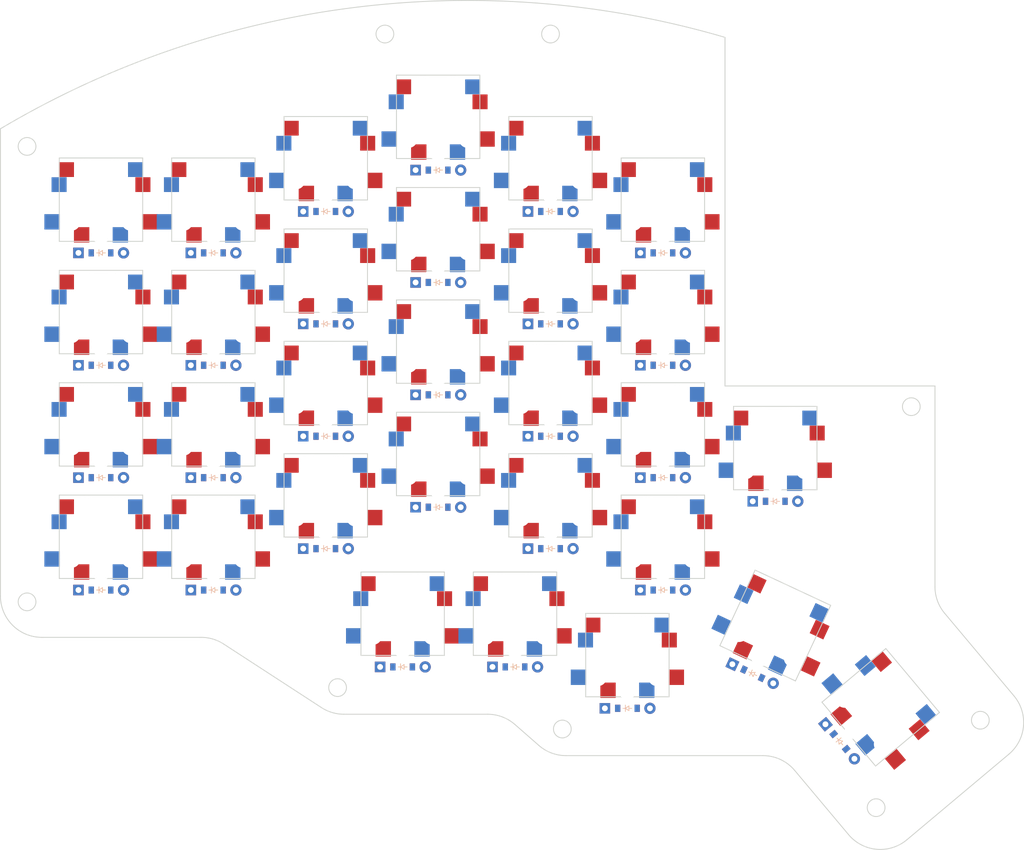
<source format=kicad_pcb>
(kicad_pcb (version 20171130) (host pcbnew 5.1.6)
  (title_block (title plateTOP) (rev v1.0.0) (company Unknown))
  (layers (0 F.Cu signal) (31 B.Cu signal) (34 B.Paste user) (35 F.Paste user) (36 B.SilkS user) (37 F.SilkS user) (38 B.Mask user) (39 F.Mask user) (44 Edge.Cuts user))
  (net 0 "")
  (net 1 "P21")
  (net 2 "P7")
  (net 3 "P6")
  (net 4 "P5")
  (net 5 "P4")
  (net 6 "P20")
  (net 7 "P19")
  (net 8 "P18")
  (net 9 "P15")
  (net 10 "P14")
  (net 11 "P8")
  (module PG1350 (layer F.Cu) (at 0 0 180)
    (fp_text reference "S1" hide)
    (fp_text value "" hide)
    (pad "" np_thru_hole circle (at 0 0) (size 3.429 3.429) (drill 3.429) (layers *.Cu *.Mask))
    (pad "" np_thru_hole circle (at 5.5 0) (size 1.7018 1.7018) (drill 1.7018) (layers *.Cu *.Mask))
    (pad "" np_thru_hole circle (at -5.5 0) (size 1.7018 1.7018) (drill 1.7018) (layers *.Cu *.Mask))
    (pad "" np_thru_hole circle (at 5 -3.75) (size 3 3) (drill 3) (layers *.Cu *.Mask))
    (pad "" np_thru_hole circle (at 0 -5.95) (size 3 3) (drill 3) (layers *.Cu *.Mask))
    (pad 1 smd rect (at -3.275 -5.95 180) (size 2.6 2.6) (layers B.Cu B.Paste B.Mask) (net 1 "P21"))
    (pad 2 smd rect (at 8.275 -3.75 180) (size 2.6 2.6) (layers B.Cu B.Paste B.Mask) (net 2 "P7"))
    (pad "" np_thru_hole circle (at -5 -3.75) (size 3 3) (drill 3) (layers *.Cu *.Mask))
    (pad "" np_thru_hole circle (at 0 -5.95) (size 3 3) (drill 3) (layers *.Cu *.Mask))
    (pad 1 smd rect (at 3.275 -5.95 180) (size 2.6 2.6) (layers F.Cu F.Paste F.Mask) (net 1 "P21"))
    (pad 2 smd rect (at -8.275 -3.75 180) (size 2.6 2.6) (layers F.Cu F.Paste F.Mask) (net 2 "P7"))
  )
  (module MX (layer F.Cu) (at 0 0 0)
    (fp_text reference "S2" hide)
    (fp_text value "" hide)
    (pad "" np_thru_hole circle (at 0 0) (size 3.9878 3.9878) (drill 3.9878) (layers *.Cu *.Mask))
    (pad "" np_thru_hole circle (at 5.08 0) (size 1.7018 1.7018) (drill 1.7018) (layers *.Cu *.Mask))
    (pad "" np_thru_hole circle (at -5.08 0) (size 1.7018 1.7018) (drill 1.7018) (layers *.Cu *.Mask))
    (pad "" np_thru_hole circle (at 2.54 -5.08) (size 3 3) (drill 3) (layers *.Cu *.Mask))
    (pad "" np_thru_hole circle (at -3.81 -2.54) (size 3 3) (drill 3) (layers *.Cu *.Mask))
    (pad 1 smd rect (at -7.085 -2.54 180) (size 2.55 2.5) (layers B.Cu B.Paste B.Mask) (net 2 "P7"))
    (pad 2 smd rect (at 5.842 -5.08 180) (size 2.55 2.5) (layers B.Cu B.Paste B.Mask) (net 1 "P21"))
    (pad "" np_thru_hole circle (at -2.54 -5.08) (size 3 3) (drill 3) (layers *.Cu *.Mask))
    (pad "" np_thru_hole circle (at 3.81 -2.54) (size 3 3) (drill 3) (layers *.Cu *.Mask))
    (pad 1 smd rect (at 7.085 -2.54 180) (size 2.55 2.5) (layers F.Cu F.Paste F.Mask) (net 2 "P7"))
    (pad 2 smd rect (at -5.842 -5.08 180) (size 2.55 2.5) (layers F.Cu F.Paste F.Mask) (net 1 "P21"))
  )
  (module ComboDiode (layer F.Cu) (at 0 9 0)
    (fp_text reference "D1" hide)
    (fp_text value "" hide)
    (pad 1 smd rect (at -1.65 0 0) (size 0.9 1.2) (layers F.Cu F.Paste F.Mask) (net 2 "P7"))
    (pad 2 smd rect (at 1.65 0 0) (size 0.9 1.2) (layers B.Cu B.Paste B.Mask) (net 1 "P21"))
    (pad 1 smd rect (at -1.65 0 0) (size 0.9 1.2) (layers B.Cu B.Paste B.Mask) (net 2 "P7"))
    (pad 2 smd rect (at 1.65 0 0) (size 0.9 1.2) (layers F.Cu F.Paste F.Mask) (net 1 "P21"))
    (pad 1 thru_hole circle (at 3.81 0 0) (size 1.905 1.905) (drill 0.9906) (layers *.Cu *.Mask) (net 1 "P21"))
    (pad 2 thru_hole rect (at -3.81 0 0) (size 1.778 1.778) (drill 0.9906) (layers *.Cu *.Mask) (net 2 "P7"))
  )
  (module PG1350 (layer F.Cu) (at 0 -19 180)
    (fp_text reference "S3" hide)
    (fp_text value "" hide)
    (pad "" np_thru_hole circle (at 0 0) (size 3.429 3.429) (drill 3.429) (layers *.Cu *.Mask))
    (pad "" np_thru_hole circle (at 5.5 0) (size 1.7018 1.7018) (drill 1.7018) (layers *.Cu *.Mask))
    (pad "" np_thru_hole circle (at -5.5 0) (size 1.7018 1.7018) (drill 1.7018) (layers *.Cu *.Mask))
    (pad "" np_thru_hole circle (at 5 -3.75) (size 3 3) (drill 3) (layers *.Cu *.Mask))
    (pad "" np_thru_hole circle (at 0 -5.95) (size 3 3) (drill 3) (layers *.Cu *.Mask))
    (pad 1 smd rect (at -3.275 -5.95 180) (size 2.6 2.6) (layers B.Cu B.Paste B.Mask) (net 1 "P21"))
    (pad 2 smd rect (at 8.275 -3.75 180) (size 2.6 2.6) (layers B.Cu B.Paste B.Mask) (net 3 "P6"))
    (pad "" np_thru_hole circle (at -5 -3.75) (size 3 3) (drill 3) (layers *.Cu *.Mask))
    (pad "" np_thru_hole circle (at 0 -5.95) (size 3 3) (drill 3) (layers *.Cu *.Mask))
    (pad 1 smd rect (at 3.275 -5.95 180) (size 2.6 2.6) (layers F.Cu F.Paste F.Mask) (net 1 "P21"))
    (pad 2 smd rect (at -8.275 -3.75 180) (size 2.6 2.6) (layers F.Cu F.Paste F.Mask) (net 3 "P6"))
  )
  (module MX (layer F.Cu) (at 0 -19 0)
    (fp_text reference "S4" hide)
    (fp_text value "" hide)
    (pad "" np_thru_hole circle (at 0 0) (size 3.9878 3.9878) (drill 3.9878) (layers *.Cu *.Mask))
    (pad "" np_thru_hole circle (at 5.08 0) (size 1.7018 1.7018) (drill 1.7018) (layers *.Cu *.Mask))
    (pad "" np_thru_hole circle (at -5.08 0) (size 1.7018 1.7018) (drill 1.7018) (layers *.Cu *.Mask))
    (pad "" np_thru_hole circle (at 2.54 -5.08) (size 3 3) (drill 3) (layers *.Cu *.Mask))
    (pad "" np_thru_hole circle (at -3.81 -2.54) (size 3 3) (drill 3) (layers *.Cu *.Mask))
    (pad 1 smd rect (at -7.085 -2.54 180) (size 2.55 2.5) (layers B.Cu B.Paste B.Mask) (net 3 "P6"))
    (pad 2 smd rect (at 5.842 -5.08 180) (size 2.55 2.5) (layers B.Cu B.Paste B.Mask) (net 1 "P21"))
    (pad "" np_thru_hole circle (at -2.54 -5.08) (size 3 3) (drill 3) (layers *.Cu *.Mask))
    (pad "" np_thru_hole circle (at 3.81 -2.54) (size 3 3) (drill 3) (layers *.Cu *.Mask))
    (pad 1 smd rect (at 7.085 -2.54 180) (size 2.55 2.5) (layers F.Cu F.Paste F.Mask) (net 3 "P6"))
    (pad 2 smd rect (at -5.842 -5.08 180) (size 2.55 2.5) (layers F.Cu F.Paste F.Mask) (net 1 "P21"))
  )
  (module ComboDiode (layer F.Cu) (at 0 -10 0)
    (fp_text reference "D2" hide)
    (fp_text value "" hide)
    (pad 1 smd rect (at -1.65 0 0) (size 0.9 1.2) (layers F.Cu F.Paste F.Mask) (net 3 "P6"))
    (pad 2 smd rect (at 1.65 0 0) (size 0.9 1.2) (layers B.Cu B.Paste B.Mask) (net 1 "P21"))
    (pad 1 smd rect (at -1.65 0 0) (size 0.9 1.2) (layers B.Cu B.Paste B.Mask) (net 3 "P6"))
    (pad 2 smd rect (at 1.65 0 0) (size 0.9 1.2) (layers F.Cu F.Paste F.Mask) (net 1 "P21"))
    (pad 1 thru_hole circle (at 3.81 0 0) (size 1.905 1.905) (drill 0.9906) (layers *.Cu *.Mask) (net 1 "P21"))
    (pad 2 thru_hole rect (at -3.81 0 0) (size 1.778 1.778) (drill 0.9906) (layers *.Cu *.Mask) (net 3 "P6"))
  )
  (module PG1350 (layer F.Cu) (at 0 -38 180)
    (fp_text reference "S5" hide)
    (fp_text value "" hide)
    (pad "" np_thru_hole circle (at 0 0) (size 3.429 3.429) (drill 3.429) (layers *.Cu *.Mask))
    (pad "" np_thru_hole circle (at 5.5 0) (size 1.7018 1.7018) (drill 1.7018) (layers *.Cu *.Mask))
    (pad "" np_thru_hole circle (at -5.5 0) (size 1.7018 1.7018) (drill 1.7018) (layers *.Cu *.Mask))
    (pad "" np_thru_hole circle (at 5 -3.75) (size 3 3) (drill 3) (layers *.Cu *.Mask))
    (pad "" np_thru_hole circle (at 0 -5.95) (size 3 3) (drill 3) (layers *.Cu *.Mask))
    (pad 1 smd rect (at -3.275 -5.95 180) (size 2.6 2.6) (layers B.Cu B.Paste B.Mask) (net 1 "P21"))
    (pad 2 smd rect (at 8.275 -3.75 180) (size 2.6 2.6) (layers B.Cu B.Paste B.Mask) (net 4 "P5"))
    (pad "" np_thru_hole circle (at -5 -3.75) (size 3 3) (drill 3) (layers *.Cu *.Mask))
    (pad "" np_thru_hole circle (at 0 -5.95) (size 3 3) (drill 3) (layers *.Cu *.Mask))
    (pad 1 smd rect (at 3.275 -5.95 180) (size 2.6 2.6) (layers F.Cu F.Paste F.Mask) (net 1 "P21"))
    (pad 2 smd rect (at -8.275 -3.75 180) (size 2.6 2.6) (layers F.Cu F.Paste F.Mask) (net 4 "P5"))
  )
  (module MX (layer F.Cu) (at 0 -38 0)
    (fp_text reference "S6" hide)
    (fp_text value "" hide)
    (pad "" np_thru_hole circle (at 0 0) (size 3.9878 3.9878) (drill 3.9878) (layers *.Cu *.Mask))
    (pad "" np_thru_hole circle (at 5.08 0) (size 1.7018 1.7018) (drill 1.7018) (layers *.Cu *.Mask))
    (pad "" np_thru_hole circle (at -5.08 0) (size 1.7018 1.7018) (drill 1.7018) (layers *.Cu *.Mask))
    (pad "" np_thru_hole circle (at 2.54 -5.08) (size 3 3) (drill 3) (layers *.Cu *.Mask))
    (pad "" np_thru_hole circle (at -3.81 -2.54) (size 3 3) (drill 3) (layers *.Cu *.Mask))
    (pad 1 smd rect (at -7.085 -2.54 180) (size 2.55 2.5) (layers B.Cu B.Paste B.Mask) (net 4 "P5"))
    (pad 2 smd rect (at 5.842 -5.08 180) (size 2.55 2.5) (layers B.Cu B.Paste B.Mask) (net 1 "P21"))
    (pad "" np_thru_hole circle (at -2.54 -5.08) (size 3 3) (drill 3) (layers *.Cu *.Mask))
    (pad "" np_thru_hole circle (at 3.81 -2.54) (size 3 3) (drill 3) (layers *.Cu *.Mask))
    (pad 1 smd rect (at 7.085 -2.54 180) (size 2.55 2.5) (layers F.Cu F.Paste F.Mask) (net 4 "P5"))
    (pad 2 smd rect (at -5.842 -5.08 180) (size 2.55 2.5) (layers F.Cu F.Paste F.Mask) (net 1 "P21"))
  )
  (module ComboDiode (layer F.Cu) (at 0 -29 0)
    (fp_text reference "D3" hide)
    (fp_text value "" hide)
    (pad 1 smd rect (at -1.65 0 0) (size 0.9 1.2) (layers F.Cu F.Paste F.Mask) (net 4 "P5"))
    (pad 2 smd rect (at 1.65 0 0) (size 0.9 1.2) (layers B.Cu B.Paste B.Mask) (net 1 "P21"))
    (pad 1 smd rect (at -1.65 0 0) (size 0.9 1.2) (layers B.Cu B.Paste B.Mask) (net 4 "P5"))
    (pad 2 smd rect (at 1.65 0 0) (size 0.9 1.2) (layers F.Cu F.Paste F.Mask) (net 1 "P21"))
    (pad 1 thru_hole circle (at 3.81 0 0) (size 1.905 1.905) (drill 0.9906) (layers *.Cu *.Mask) (net 1 "P21"))
    (pad 2 thru_hole rect (at -3.81 0 0) (size 1.778 1.778) (drill 0.9906) (layers *.Cu *.Mask) (net 4 "P5"))
  )
  (module PG1350 (layer F.Cu) (at 0 -57 180)
    (fp_text reference "S7" hide)
    (fp_text value "" hide)
    (pad "" np_thru_hole circle (at 0 0) (size 3.429 3.429) (drill 3.429) (layers *.Cu *.Mask))
    (pad "" np_thru_hole circle (at 5.5 0) (size 1.7018 1.7018) (drill 1.7018) (layers *.Cu *.Mask))
    (pad "" np_thru_hole circle (at -5.5 0) (size 1.7018 1.7018) (drill 1.7018) (layers *.Cu *.Mask))
    (pad "" np_thru_hole circle (at 5 -3.75) (size 3 3) (drill 3) (layers *.Cu *.Mask))
    (pad "" np_thru_hole circle (at 0 -5.95) (size 3 3) (drill 3) (layers *.Cu *.Mask))
    (pad 1 smd rect (at -3.275 -5.95 180) (size 2.6 2.6) (layers B.Cu B.Paste B.Mask) (net 1 "P21"))
    (pad 2 smd rect (at 8.275 -3.75 180) (size 2.6 2.6) (layers B.Cu B.Paste B.Mask) (net 5 "P4"))
    (pad "" np_thru_hole circle (at -5 -3.75) (size 3 3) (drill 3) (layers *.Cu *.Mask))
    (pad "" np_thru_hole circle (at 0 -5.95) (size 3 3) (drill 3) (layers *.Cu *.Mask))
    (pad 1 smd rect (at 3.275 -5.95 180) (size 2.6 2.6) (layers F.Cu F.Paste F.Mask) (net 1 "P21"))
    (pad 2 smd rect (at -8.275 -3.75 180) (size 2.6 2.6) (layers F.Cu F.Paste F.Mask) (net 5 "P4"))
  )
  (module MX (layer F.Cu) (at 0 -57 0)
    (fp_text reference "S8" hide)
    (fp_text value "" hide)
    (pad "" np_thru_hole circle (at 0 0) (size 3.9878 3.9878) (drill 3.9878) (layers *.Cu *.Mask))
    (pad "" np_thru_hole circle (at 5.08 0) (size 1.7018 1.7018) (drill 1.7018) (layers *.Cu *.Mask))
    (pad "" np_thru_hole circle (at -5.08 0) (size 1.7018 1.7018) (drill 1.7018) (layers *.Cu *.Mask))
    (pad "" np_thru_hole circle (at 2.54 -5.08) (size 3 3) (drill 3) (layers *.Cu *.Mask))
    (pad "" np_thru_hole circle (at -3.81 -2.54) (size 3 3) (drill 3) (layers *.Cu *.Mask))
    (pad 1 smd rect (at -7.085 -2.54 180) (size 2.55 2.5) (layers B.Cu B.Paste B.Mask) (net 5 "P4"))
    (pad 2 smd rect (at 5.842 -5.08 180) (size 2.55 2.5) (layers B.Cu B.Paste B.Mask) (net 1 "P21"))
    (pad "" np_thru_hole circle (at -2.54 -5.08) (size 3 3) (drill 3) (layers *.Cu *.Mask))
    (pad "" np_thru_hole circle (at 3.81 -2.54) (size 3 3) (drill 3) (layers *.Cu *.Mask))
    (pad 1 smd rect (at 7.085 -2.54 180) (size 2.55 2.5) (layers F.Cu F.Paste F.Mask) (net 5 "P4"))
    (pad 2 smd rect (at -5.842 -5.08 180) (size 2.55 2.5) (layers F.Cu F.Paste F.Mask) (net 1 "P21"))
  )
  (module ComboDiode (layer F.Cu) (at 0 -48 0)
    (fp_text reference "D4" hide)
    (fp_text value "" hide)
    (pad 1 smd rect (at -1.65 0 0) (size 0.9 1.2) (layers F.Cu F.Paste F.Mask) (net 5 "P4"))
    (pad 2 smd rect (at 1.65 0 0) (size 0.9 1.2) (layers B.Cu B.Paste B.Mask) (net 1 "P21"))
    (pad 1 smd rect (at -1.65 0 0) (size 0.9 1.2) (layers B.Cu B.Paste B.Mask) (net 5 "P4"))
    (pad 2 smd rect (at 1.65 0 0) (size 0.9 1.2) (layers F.Cu F.Paste F.Mask) (net 1 "P21"))
    (pad 1 thru_hole circle (at 3.81 0 0) (size 1.905 1.905) (drill 0.9906) (layers *.Cu *.Mask) (net 1 "P21"))
    (pad 2 thru_hole rect (at -3.81 0 0) (size 1.778 1.778) (drill 0.9906) (layers *.Cu *.Mask) (net 5 "P4"))
  )
  (module PG1350 (layer F.Cu) (at 19 0 180)
    (fp_text reference "S9" hide)
    (fp_text value "" hide)
    (pad "" np_thru_hole circle (at 0 0) (size 3.429 3.429) (drill 3.429) (layers *.Cu *.Mask))
    (pad "" np_thru_hole circle (at 5.5 0) (size 1.7018 1.7018) (drill 1.7018) (layers *.Cu *.Mask))
    (pad "" np_thru_hole circle (at -5.5 0) (size 1.7018 1.7018) (drill 1.7018) (layers *.Cu *.Mask))
    (pad "" np_thru_hole circle (at 5 -3.75) (size 3 3) (drill 3) (layers *.Cu *.Mask))
    (pad "" np_thru_hole circle (at 0 -5.95) (size 3 3) (drill 3) (layers *.Cu *.Mask))
    (pad 1 smd rect (at -3.275 -5.95 180) (size 2.6 2.6) (layers B.Cu B.Paste B.Mask) (net 6 "P20"))
    (pad 2 smd rect (at 8.275 -3.75 180) (size 2.6 2.6) (layers B.Cu B.Paste B.Mask) (net 2 "P7"))
    (pad "" np_thru_hole circle (at -5 -3.75) (size 3 3) (drill 3) (layers *.Cu *.Mask))
    (pad "" np_thru_hole circle (at 0 -5.95) (size 3 3) (drill 3) (layers *.Cu *.Mask))
    (pad 1 smd rect (at 3.275 -5.95 180) (size 2.6 2.6) (layers F.Cu F.Paste F.Mask) (net 6 "P20"))
    (pad 2 smd rect (at -8.275 -3.75 180) (size 2.6 2.6) (layers F.Cu F.Paste F.Mask) (net 2 "P7"))
  )
  (module MX (layer F.Cu) (at 19 0 0)
    (fp_text reference "S10" hide)
    (fp_text value "" hide)
    (pad "" np_thru_hole circle (at 0 0) (size 3.9878 3.9878) (drill 3.9878) (layers *.Cu *.Mask))
    (pad "" np_thru_hole circle (at 5.08 0) (size 1.7018 1.7018) (drill 1.7018) (layers *.Cu *.Mask))
    (pad "" np_thru_hole circle (at -5.08 0) (size 1.7018 1.7018) (drill 1.7018) (layers *.Cu *.Mask))
    (pad "" np_thru_hole circle (at 2.54 -5.08) (size 3 3) (drill 3) (layers *.Cu *.Mask))
    (pad "" np_thru_hole circle (at -3.81 -2.54) (size 3 3) (drill 3) (layers *.Cu *.Mask))
    (pad 1 smd rect (at -7.085 -2.54 180) (size 2.55 2.5) (layers B.Cu B.Paste B.Mask) (net 2 "P7"))
    (pad 2 smd rect (at 5.842 -5.08 180) (size 2.55 2.5) (layers B.Cu B.Paste B.Mask) (net 6 "P20"))
    (pad "" np_thru_hole circle (at -2.54 -5.08) (size 3 3) (drill 3) (layers *.Cu *.Mask))
    (pad "" np_thru_hole circle (at 3.81 -2.54) (size 3 3) (drill 3) (layers *.Cu *.Mask))
    (pad 1 smd rect (at 7.085 -2.54 180) (size 2.55 2.5) (layers F.Cu F.Paste F.Mask) (net 2 "P7"))
    (pad 2 smd rect (at -5.842 -5.08 180) (size 2.55 2.5) (layers F.Cu F.Paste F.Mask) (net 6 "P20"))
  )
  (module ComboDiode (layer F.Cu) (at 19 9 0)
    (fp_text reference "D5" hide)
    (fp_text value "" hide)
    (pad 1 smd rect (at -1.65 0 0) (size 0.9 1.2) (layers F.Cu F.Paste F.Mask) (net 2 "P7"))
    (pad 2 smd rect (at 1.65 0 0) (size 0.9 1.2) (layers B.Cu B.Paste B.Mask) (net 6 "P20"))
    (pad 1 smd rect (at -1.65 0 0) (size 0.9 1.2) (layers B.Cu B.Paste B.Mask) (net 2 "P7"))
    (pad 2 smd rect (at 1.65 0 0) (size 0.9 1.2) (layers F.Cu F.Paste F.Mask) (net 6 "P20"))
    (pad 1 thru_hole circle (at 3.81 0 0) (size 1.905 1.905) (drill 0.9906) (layers *.Cu *.Mask) (net 6 "P20"))
    (pad 2 thru_hole rect (at -3.81 0 0) (size 1.778 1.778) (drill 0.9906) (layers *.Cu *.Mask) (net 2 "P7"))
  )
  (module PG1350 (layer F.Cu) (at 19 -19 180)
    (fp_text reference "S11" hide)
    (fp_text value "" hide)
    (pad "" np_thru_hole circle (at 0 0) (size 3.429 3.429) (drill 3.429) (layers *.Cu *.Mask))
    (pad "" np_thru_hole circle (at 5.5 0) (size 1.7018 1.7018) (drill 1.7018) (layers *.Cu *.Mask))
    (pad "" np_thru_hole circle (at -5.5 0) (size 1.7018 1.7018) (drill 1.7018) (layers *.Cu *.Mask))
    (pad "" np_thru_hole circle (at 5 -3.75) (size 3 3) (drill 3) (layers *.Cu *.Mask))
    (pad "" np_thru_hole circle (at 0 -5.95) (size 3 3) (drill 3) (layers *.Cu *.Mask))
    (pad 1 smd rect (at -3.275 -5.95 180) (size 2.6 2.6) (layers B.Cu B.Paste B.Mask) (net 6 "P20"))
    (pad 2 smd rect (at 8.275 -3.75 180) (size 2.6 2.6) (layers B.Cu B.Paste B.Mask) (net 3 "P6"))
    (pad "" np_thru_hole circle (at -5 -3.75) (size 3 3) (drill 3) (layers *.Cu *.Mask))
    (pad "" np_thru_hole circle (at 0 -5.95) (size 3 3) (drill 3) (layers *.Cu *.Mask))
    (pad 1 smd rect (at 3.275 -5.95 180) (size 2.6 2.6) (layers F.Cu F.Paste F.Mask) (net 6 "P20"))
    (pad 2 smd rect (at -8.275 -3.75 180) (size 2.6 2.6) (layers F.Cu F.Paste F.Mask) (net 3 "P6"))
  )
  (module MX (layer F.Cu) (at 19 -19 0)
    (fp_text reference "S12" hide)
    (fp_text value "" hide)
    (pad "" np_thru_hole circle (at 0 0) (size 3.9878 3.9878) (drill 3.9878) (layers *.Cu *.Mask))
    (pad "" np_thru_hole circle (at 5.08 0) (size 1.7018 1.7018) (drill 1.7018) (layers *.Cu *.Mask))
    (pad "" np_thru_hole circle (at -5.08 0) (size 1.7018 1.7018) (drill 1.7018) (layers *.Cu *.Mask))
    (pad "" np_thru_hole circle (at 2.54 -5.08) (size 3 3) (drill 3) (layers *.Cu *.Mask))
    (pad "" np_thru_hole circle (at -3.81 -2.54) (size 3 3) (drill 3) (layers *.Cu *.Mask))
    (pad 1 smd rect (at -7.085 -2.54 180) (size 2.55 2.5) (layers B.Cu B.Paste B.Mask) (net 3 "P6"))
    (pad 2 smd rect (at 5.842 -5.08 180) (size 2.55 2.5) (layers B.Cu B.Paste B.Mask) (net 6 "P20"))
    (pad "" np_thru_hole circle (at -2.54 -5.08) (size 3 3) (drill 3) (layers *.Cu *.Mask))
    (pad "" np_thru_hole circle (at 3.81 -2.54) (size 3 3) (drill 3) (layers *.Cu *.Mask))
    (pad 1 smd rect (at 7.085 -2.54 180) (size 2.55 2.5) (layers F.Cu F.Paste F.Mask) (net 3 "P6"))
    (pad 2 smd rect (at -5.842 -5.08 180) (size 2.55 2.5) (layers F.Cu F.Paste F.Mask) (net 6 "P20"))
  )
  (module ComboDiode (layer F.Cu) (at 19 -10 0)
    (fp_text reference "D6" hide)
    (fp_text value "" hide)
    (pad 1 smd rect (at -1.65 0 0) (size 0.9 1.2) (layers F.Cu F.Paste F.Mask) (net 3 "P6"))
    (pad 2 smd rect (at 1.65 0 0) (size 0.9 1.2) (layers B.Cu B.Paste B.Mask) (net 6 "P20"))
    (pad 1 smd rect (at -1.65 0 0) (size 0.9 1.2) (layers B.Cu B.Paste B.Mask) (net 3 "P6"))
    (pad 2 smd rect (at 1.65 0 0) (size 0.9 1.2) (layers F.Cu F.Paste F.Mask) (net 6 "P20"))
    (pad 1 thru_hole circle (at 3.81 0 0) (size 1.905 1.905) (drill 0.9906) (layers *.Cu *.Mask) (net 6 "P20"))
    (pad 2 thru_hole rect (at -3.81 0 0) (size 1.778 1.778) (drill 0.9906) (layers *.Cu *.Mask) (net 3 "P6"))
  )
  (module PG1350 (layer F.Cu) (at 19 -38 180)
    (fp_text reference "S13" hide)
    (fp_text value "" hide)
    (pad "" np_thru_hole circle (at 0 0) (size 3.429 3.429) (drill 3.429) (layers *.Cu *.Mask))
    (pad "" np_thru_hole circle (at 5.5 0) (size 1.7018 1.7018) (drill 1.7018) (layers *.Cu *.Mask))
    (pad "" np_thru_hole circle (at -5.5 0) (size 1.7018 1.7018) (drill 1.7018) (layers *.Cu *.Mask))
    (pad "" np_thru_hole circle (at 5 -3.75) (size 3 3) (drill 3) (layers *.Cu *.Mask))
    (pad "" np_thru_hole circle (at 0 -5.95) (size 3 3) (drill 3) (layers *.Cu *.Mask))
    (pad 1 smd rect (at -3.275 -5.95 180) (size 2.6 2.6) (layers B.Cu B.Paste B.Mask) (net 6 "P20"))
    (pad 2 smd rect (at 8.275 -3.75 180) (size 2.6 2.6) (layers B.Cu B.Paste B.Mask) (net 4 "P5"))
    (pad "" np_thru_hole circle (at -5 -3.75) (size 3 3) (drill 3) (layers *.Cu *.Mask))
    (pad "" np_thru_hole circle (at 0 -5.95) (size 3 3) (drill 3) (layers *.Cu *.Mask))
    (pad 1 smd rect (at 3.275 -5.95 180) (size 2.6 2.6) (layers F.Cu F.Paste F.Mask) (net 6 "P20"))
    (pad 2 smd rect (at -8.275 -3.75 180) (size 2.6 2.6) (layers F.Cu F.Paste F.Mask) (net 4 "P5"))
  )
  (module MX (layer F.Cu) (at 19 -38 0)
    (fp_text reference "S14" hide)
    (fp_text value "" hide)
    (pad "" np_thru_hole circle (at 0 0) (size 3.9878 3.9878) (drill 3.9878) (layers *.Cu *.Mask))
    (pad "" np_thru_hole circle (at 5.08 0) (size 1.7018 1.7018) (drill 1.7018) (layers *.Cu *.Mask))
    (pad "" np_thru_hole circle (at -5.08 0) (size 1.7018 1.7018) (drill 1.7018) (layers *.Cu *.Mask))
    (pad "" np_thru_hole circle (at 2.54 -5.08) (size 3 3) (drill 3) (layers *.Cu *.Mask))
    (pad "" np_thru_hole circle (at -3.81 -2.54) (size 3 3) (drill 3) (layers *.Cu *.Mask))
    (pad 1 smd rect (at -7.085 -2.54 180) (size 2.55 2.5) (layers B.Cu B.Paste B.Mask) (net 4 "P5"))
    (pad 2 smd rect (at 5.842 -5.08 180) (size 2.55 2.5) (layers B.Cu B.Paste B.Mask) (net 6 "P20"))
    (pad "" np_thru_hole circle (at -2.54 -5.08) (size 3 3) (drill 3) (layers *.Cu *.Mask))
    (pad "" np_thru_hole circle (at 3.81 -2.54) (size 3 3) (drill 3) (layers *.Cu *.Mask))
    (pad 1 smd rect (at 7.085 -2.54 180) (size 2.55 2.5) (layers F.Cu F.Paste F.Mask) (net 4 "P5"))
    (pad 2 smd rect (at -5.842 -5.08 180) (size 2.55 2.5) (layers F.Cu F.Paste F.Mask) (net 6 "P20"))
  )
  (module ComboDiode (layer F.Cu) (at 19 -29 0)
    (fp_text reference "D7" hide)
    (fp_text value "" hide)
    (pad 1 smd rect (at -1.65 0 0) (size 0.9 1.2) (layers F.Cu F.Paste F.Mask) (net 4 "P5"))
    (pad 2 smd rect (at 1.65 0 0) (size 0.9 1.2) (layers B.Cu B.Paste B.Mask) (net 6 "P20"))
    (pad 1 smd rect (at -1.65 0 0) (size 0.9 1.2) (layers B.Cu B.Paste B.Mask) (net 4 "P5"))
    (pad 2 smd rect (at 1.65 0 0) (size 0.9 1.2) (layers F.Cu F.Paste F.Mask) (net 6 "P20"))
    (pad 1 thru_hole circle (at 3.81 0 0) (size 1.905 1.905) (drill 0.9906) (layers *.Cu *.Mask) (net 6 "P20"))
    (pad 2 thru_hole rect (at -3.81 0 0) (size 1.778 1.778) (drill 0.9906) (layers *.Cu *.Mask) (net 4 "P5"))
  )
  (module PG1350 (layer F.Cu) (at 19 -57 180)
    (fp_text reference "S15" hide)
    (fp_text value "" hide)
    (pad "" np_thru_hole circle (at 0 0) (size 3.429 3.429) (drill 3.429) (layers *.Cu *.Mask))
    (pad "" np_thru_hole circle (at 5.5 0) (size 1.7018 1.7018) (drill 1.7018) (layers *.Cu *.Mask))
    (pad "" np_thru_hole circle (at -5.5 0) (size 1.7018 1.7018) (drill 1.7018) (layers *.Cu *.Mask))
    (pad "" np_thru_hole circle (at 5 -3.75) (size 3 3) (drill 3) (layers *.Cu *.Mask))
    (pad "" np_thru_hole circle (at 0 -5.95) (size 3 3) (drill 3) (layers *.Cu *.Mask))
    (pad 1 smd rect (at -3.275 -5.95 180) (size 2.6 2.6) (layers B.Cu B.Paste B.Mask) (net 6 "P20"))
    (pad 2 smd rect (at 8.275 -3.75 180) (size 2.6 2.6) (layers B.Cu B.Paste B.Mask) (net 5 "P4"))
    (pad "" np_thru_hole circle (at -5 -3.75) (size 3 3) (drill 3) (layers *.Cu *.Mask))
    (pad "" np_thru_hole circle (at 0 -5.95) (size 3 3) (drill 3) (layers *.Cu *.Mask))
    (pad 1 smd rect (at 3.275 -5.95 180) (size 2.6 2.6) (layers F.Cu F.Paste F.Mask) (net 6 "P20"))
    (pad 2 smd rect (at -8.275 -3.75 180) (size 2.6 2.6) (layers F.Cu F.Paste F.Mask) (net 5 "P4"))
  )
  (module MX (layer F.Cu) (at 19 -57 0)
    (fp_text reference "S16" hide)
    (fp_text value "" hide)
    (pad "" np_thru_hole circle (at 0 0) (size 3.9878 3.9878) (drill 3.9878) (layers *.Cu *.Mask))
    (pad "" np_thru_hole circle (at 5.08 0) (size 1.7018 1.7018) (drill 1.7018) (layers *.Cu *.Mask))
    (pad "" np_thru_hole circle (at -5.08 0) (size 1.7018 1.7018) (drill 1.7018) (layers *.Cu *.Mask))
    (pad "" np_thru_hole circle (at 2.54 -5.08) (size 3 3) (drill 3) (layers *.Cu *.Mask))
    (pad "" np_thru_hole circle (at -3.81 -2.54) (size 3 3) (drill 3) (layers *.Cu *.Mask))
    (pad 1 smd rect (at -7.085 -2.54 180) (size 2.55 2.5) (layers B.Cu B.Paste B.Mask) (net 5 "P4"))
    (pad 2 smd rect (at 5.842 -5.08 180) (size 2.55 2.5) (layers B.Cu B.Paste B.Mask) (net 6 "P20"))
    (pad "" np_thru_hole circle (at -2.54 -5.08) (size 3 3) (drill 3) (layers *.Cu *.Mask))
    (pad "" np_thru_hole circle (at 3.81 -2.54) (size 3 3) (drill 3) (layers *.Cu *.Mask))
    (pad 1 smd rect (at 7.085 -2.54 180) (size 2.55 2.5) (layers F.Cu F.Paste F.Mask) (net 5 "P4"))
    (pad 2 smd rect (at -5.842 -5.08 180) (size 2.55 2.5) (layers F.Cu F.Paste F.Mask) (net 6 "P20"))
  )
  (module ComboDiode (layer F.Cu) (at 19 -48 0)
    (fp_text reference "D8" hide)
    (fp_text value "" hide)
    (pad 1 smd rect (at -1.65 0 0) (size 0.9 1.2) (layers F.Cu F.Paste F.Mask) (net 5 "P4"))
    (pad 2 smd rect (at 1.65 0 0) (size 0.9 1.2) (layers B.Cu B.Paste B.Mask) (net 6 "P20"))
    (pad 1 smd rect (at -1.65 0 0) (size 0.9 1.2) (layers B.Cu B.Paste B.Mask) (net 5 "P4"))
    (pad 2 smd rect (at 1.65 0 0) (size 0.9 1.2) (layers F.Cu F.Paste F.Mask) (net 6 "P20"))
    (pad 1 thru_hole circle (at 3.81 0 0) (size 1.905 1.905) (drill 0.9906) (layers *.Cu *.Mask) (net 6 "P20"))
    (pad 2 thru_hole rect (at -3.81 0 0) (size 1.778 1.778) (drill 0.9906) (layers *.Cu *.Mask) (net 5 "P4"))
  )
  (module PG1350 (layer F.Cu) (at 38 -7 180)
    (fp_text reference "S17" hide)
    (fp_text value "" hide)
    (pad "" np_thru_hole circle (at 0 0) (size 3.429 3.429) (drill 3.429) (layers *.Cu *.Mask))
    (pad "" np_thru_hole circle (at 5.5 0) (size 1.7018 1.7018) (drill 1.7018) (layers *.Cu *.Mask))
    (pad "" np_thru_hole circle (at -5.5 0) (size 1.7018 1.7018) (drill 1.7018) (layers *.Cu *.Mask))
    (pad "" np_thru_hole circle (at 5 -3.75) (size 3 3) (drill 3) (layers *.Cu *.Mask))
    (pad "" np_thru_hole circle (at 0 -5.95) (size 3 3) (drill 3) (layers *.Cu *.Mask))
    (pad 1 smd rect (at -3.275 -5.95 180) (size 2.6 2.6) (layers B.Cu B.Paste B.Mask) (net 7 "P19"))
    (pad 2 smd rect (at 8.275 -3.75 180) (size 2.6 2.6) (layers B.Cu B.Paste B.Mask) (net 2 "P7"))
    (pad "" np_thru_hole circle (at -5 -3.75) (size 3 3) (drill 3) (layers *.Cu *.Mask))
    (pad "" np_thru_hole circle (at 0 -5.95) (size 3 3) (drill 3) (layers *.Cu *.Mask))
    (pad 1 smd rect (at 3.275 -5.95 180) (size 2.6 2.6) (layers F.Cu F.Paste F.Mask) (net 7 "P19"))
    (pad 2 smd rect (at -8.275 -3.75 180) (size 2.6 2.6) (layers F.Cu F.Paste F.Mask) (net 2 "P7"))
  )
  (module MX (layer F.Cu) (at 38 -7 0)
    (fp_text reference "S18" hide)
    (fp_text value "" hide)
    (pad "" np_thru_hole circle (at 0 0) (size 3.9878 3.9878) (drill 3.9878) (layers *.Cu *.Mask))
    (pad "" np_thru_hole circle (at 5.08 0) (size 1.7018 1.7018) (drill 1.7018) (layers *.Cu *.Mask))
    (pad "" np_thru_hole circle (at -5.08 0) (size 1.7018 1.7018) (drill 1.7018) (layers *.Cu *.Mask))
    (pad "" np_thru_hole circle (at 2.54 -5.08) (size 3 3) (drill 3) (layers *.Cu *.Mask))
    (pad "" np_thru_hole circle (at -3.81 -2.54) (size 3 3) (drill 3) (layers *.Cu *.Mask))
    (pad 1 smd rect (at -7.085 -2.54 180) (size 2.55 2.5) (layers B.Cu B.Paste B.Mask) (net 2 "P7"))
    (pad 2 smd rect (at 5.842 -5.08 180) (size 2.55 2.5) (layers B.Cu B.Paste B.Mask) (net 7 "P19"))
    (pad "" np_thru_hole circle (at -2.54 -5.08) (size 3 3) (drill 3) (layers *.Cu *.Mask))
    (pad "" np_thru_hole circle (at 3.81 -2.54) (size 3 3) (drill 3) (layers *.Cu *.Mask))
    (pad 1 smd rect (at 7.085 -2.54 180) (size 2.55 2.5) (layers F.Cu F.Paste F.Mask) (net 2 "P7"))
    (pad 2 smd rect (at -5.842 -5.08 180) (size 2.55 2.5) (layers F.Cu F.Paste F.Mask) (net 7 "P19"))
  )
  (module ComboDiode (layer F.Cu) (at 38 2 0)
    (fp_text reference "D9" hide)
    (fp_text value "" hide)
    (pad 1 smd rect (at -1.65 0 0) (size 0.9 1.2) (layers F.Cu F.Paste F.Mask) (net 2 "P7"))
    (pad 2 smd rect (at 1.65 0 0) (size 0.9 1.2) (layers B.Cu B.Paste B.Mask) (net 7 "P19"))
    (pad 1 smd rect (at -1.65 0 0) (size 0.9 1.2) (layers B.Cu B.Paste B.Mask) (net 2 "P7"))
    (pad 2 smd rect (at 1.65 0 0) (size 0.9 1.2) (layers F.Cu F.Paste F.Mask) (net 7 "P19"))
    (pad 1 thru_hole circle (at 3.81 0 0) (size 1.905 1.905) (drill 0.9906) (layers *.Cu *.Mask) (net 7 "P19"))
    (pad 2 thru_hole rect (at -3.81 0 0) (size 1.778 1.778) (drill 0.9906) (layers *.Cu *.Mask) (net 2 "P7"))
  )
  (module PG1350 (layer F.Cu) (at 38 -26 180)
    (fp_text reference "S19" hide)
    (fp_text value "" hide)
    (pad "" np_thru_hole circle (at 0 0) (size 3.429 3.429) (drill 3.429) (layers *.Cu *.Mask))
    (pad "" np_thru_hole circle (at 5.5 0) (size 1.7018 1.7018) (drill 1.7018) (layers *.Cu *.Mask))
    (pad "" np_thru_hole circle (at -5.5 0) (size 1.7018 1.7018) (drill 1.7018) (layers *.Cu *.Mask))
    (pad "" np_thru_hole circle (at 5 -3.75) (size 3 3) (drill 3) (layers *.Cu *.Mask))
    (pad "" np_thru_hole circle (at 0 -5.95) (size 3 3) (drill 3) (layers *.Cu *.Mask))
    (pad 1 smd rect (at -3.275 -5.95 180) (size 2.6 2.6) (layers B.Cu B.Paste B.Mask) (net 7 "P19"))
    (pad 2 smd rect (at 8.275 -3.75 180) (size 2.6 2.6) (layers B.Cu B.Paste B.Mask) (net 3 "P6"))
    (pad "" np_thru_hole circle (at -5 -3.75) (size 3 3) (drill 3) (layers *.Cu *.Mask))
    (pad "" np_thru_hole circle (at 0 -5.95) (size 3 3) (drill 3) (layers *.Cu *.Mask))
    (pad 1 smd rect (at 3.275 -5.95 180) (size 2.6 2.6) (layers F.Cu F.Paste F.Mask) (net 7 "P19"))
    (pad 2 smd rect (at -8.275 -3.75 180) (size 2.6 2.6) (layers F.Cu F.Paste F.Mask) (net 3 "P6"))
  )
  (module MX (layer F.Cu) (at 38 -26 0)
    (fp_text reference "S20" hide)
    (fp_text value "" hide)
    (pad "" np_thru_hole circle (at 0 0) (size 3.9878 3.9878) (drill 3.9878) (layers *.Cu *.Mask))
    (pad "" np_thru_hole circle (at 5.08 0) (size 1.7018 1.7018) (drill 1.7018) (layers *.Cu *.Mask))
    (pad "" np_thru_hole circle (at -5.08 0) (size 1.7018 1.7018) (drill 1.7018) (layers *.Cu *.Mask))
    (pad "" np_thru_hole circle (at 2.54 -5.08) (size 3 3) (drill 3) (layers *.Cu *.Mask))
    (pad "" np_thru_hole circle (at -3.81 -2.54) (size 3 3) (drill 3) (layers *.Cu *.Mask))
    (pad 1 smd rect (at -7.085 -2.54 180) (size 2.55 2.5) (layers B.Cu B.Paste B.Mask) (net 3 "P6"))
    (pad 2 smd rect (at 5.842 -5.08 180) (size 2.55 2.5) (layers B.Cu B.Paste B.Mask) (net 7 "P19"))
    (pad "" np_thru_hole circle (at -2.54 -5.08) (size 3 3) (drill 3) (layers *.Cu *.Mask))
    (pad "" np_thru_hole circle (at 3.81 -2.54) (size 3 3) (drill 3) (layers *.Cu *.Mask))
    (pad 1 smd rect (at 7.085 -2.54 180) (size 2.55 2.5) (layers F.Cu F.Paste F.Mask) (net 3 "P6"))
    (pad 2 smd rect (at -5.842 -5.08 180) (size 2.55 2.5) (layers F.Cu F.Paste F.Mask) (net 7 "P19"))
  )
  (module ComboDiode (layer F.Cu) (at 38 -17 0)
    (fp_text reference "D10" hide)
    (fp_text value "" hide)
    (pad 1 smd rect (at -1.65 0 0) (size 0.9 1.2) (layers F.Cu F.Paste F.Mask) (net 3 "P6"))
    (pad 2 smd rect (at 1.65 0 0) (size 0.9 1.2) (layers B.Cu B.Paste B.Mask) (net 7 "P19"))
    (pad 1 smd rect (at -1.65 0 0) (size 0.9 1.2) (layers B.Cu B.Paste B.Mask) (net 3 "P6"))
    (pad 2 smd rect (at 1.65 0 0) (size 0.9 1.2) (layers F.Cu F.Paste F.Mask) (net 7 "P19"))
    (pad 1 thru_hole circle (at 3.81 0 0) (size 1.905 1.905) (drill 0.9906) (layers *.Cu *.Mask) (net 7 "P19"))
    (pad 2 thru_hole rect (at -3.81 0 0) (size 1.778 1.778) (drill 0.9906) (layers *.Cu *.Mask) (net 3 "P6"))
  )
  (module PG1350 (layer F.Cu) (at 38 -45 180)
    (fp_text reference "S21" hide)
    (fp_text value "" hide)
    (pad "" np_thru_hole circle (at 0 0) (size 3.429 3.429) (drill 3.429) (layers *.Cu *.Mask))
    (pad "" np_thru_hole circle (at 5.5 0) (size 1.7018 1.7018) (drill 1.7018) (layers *.Cu *.Mask))
    (pad "" np_thru_hole circle (at -5.5 0) (size 1.7018 1.7018) (drill 1.7018) (layers *.Cu *.Mask))
    (pad "" np_thru_hole circle (at 5 -3.75) (size 3 3) (drill 3) (layers *.Cu *.Mask))
    (pad "" np_thru_hole circle (at 0 -5.95) (size 3 3) (drill 3) (layers *.Cu *.Mask))
    (pad 1 smd rect (at -3.275 -5.95 180) (size 2.6 2.6) (layers B.Cu B.Paste B.Mask) (net 7 "P19"))
    (pad 2 smd rect (at 8.275 -3.75 180) (size 2.6 2.6) (layers B.Cu B.Paste B.Mask) (net 4 "P5"))
    (pad "" np_thru_hole circle (at -5 -3.75) (size 3 3) (drill 3) (layers *.Cu *.Mask))
    (pad "" np_thru_hole circle (at 0 -5.95) (size 3 3) (drill 3) (layers *.Cu *.Mask))
    (pad 1 smd rect (at 3.275 -5.95 180) (size 2.6 2.6) (layers F.Cu F.Paste F.Mask) (net 7 "P19"))
    (pad 2 smd rect (at -8.275 -3.75 180) (size 2.6 2.6) (layers F.Cu F.Paste F.Mask) (net 4 "P5"))
  )
  (module MX (layer F.Cu) (at 38 -45 0)
    (fp_text reference "S22" hide)
    (fp_text value "" hide)
    (pad "" np_thru_hole circle (at 0 0) (size 3.9878 3.9878) (drill 3.9878) (layers *.Cu *.Mask))
    (pad "" np_thru_hole circle (at 5.08 0) (size 1.7018 1.7018) (drill 1.7018) (layers *.Cu *.Mask))
    (pad "" np_thru_hole circle (at -5.08 0) (size 1.7018 1.7018) (drill 1.7018) (layers *.Cu *.Mask))
    (pad "" np_thru_hole circle (at 2.54 -5.08) (size 3 3) (drill 3) (layers *.Cu *.Mask))
    (pad "" np_thru_hole circle (at -3.81 -2.54) (size 3 3) (drill 3) (layers *.Cu *.Mask))
    (pad 1 smd rect (at -7.085 -2.54 180) (size 2.55 2.5) (layers B.Cu B.Paste B.Mask) (net 4 "P5"))
    (pad 2 smd rect (at 5.842 -5.08 180) (size 2.55 2.5) (layers B.Cu B.Paste B.Mask) (net 7 "P19"))
    (pad "" np_thru_hole circle (at -2.54 -5.08) (size 3 3) (drill 3) (layers *.Cu *.Mask))
    (pad "" np_thru_hole circle (at 3.81 -2.54) (size 3 3) (drill 3) (layers *.Cu *.Mask))
    (pad 1 smd rect (at 7.085 -2.54 180) (size 2.55 2.5) (layers F.Cu F.Paste F.Mask) (net 4 "P5"))
    (pad 2 smd rect (at -5.842 -5.08 180) (size 2.55 2.5) (layers F.Cu F.Paste F.Mask) (net 7 "P19"))
  )
  (module ComboDiode (layer F.Cu) (at 38 -36 0)
    (fp_text reference "D11" hide)
    (fp_text value "" hide)
    (pad 1 smd rect (at -1.65 0 0) (size 0.9 1.2) (layers F.Cu F.Paste F.Mask) (net 4 "P5"))
    (pad 2 smd rect (at 1.65 0 0) (size 0.9 1.2) (layers B.Cu B.Paste B.Mask) (net 7 "P19"))
    (pad 1 smd rect (at -1.65 0 0) (size 0.9 1.2) (layers B.Cu B.Paste B.Mask) (net 4 "P5"))
    (pad 2 smd rect (at 1.65 0 0) (size 0.9 1.2) (layers F.Cu F.Paste F.Mask) (net 7 "P19"))
    (pad 1 thru_hole circle (at 3.81 0 0) (size 1.905 1.905) (drill 0.9906) (layers *.Cu *.Mask) (net 7 "P19"))
    (pad 2 thru_hole rect (at -3.81 0 0) (size 1.778 1.778) (drill 0.9906) (layers *.Cu *.Mask) (net 4 "P5"))
  )
  (module PG1350 (layer F.Cu) (at 38 -64 180)
    (fp_text reference "S23" hide)
    (fp_text value "" hide)
    (pad "" np_thru_hole circle (at 0 0) (size 3.429 3.429) (drill 3.429) (layers *.Cu *.Mask))
    (pad "" np_thru_hole circle (at 5.5 0) (size 1.7018 1.7018) (drill 1.7018) (layers *.Cu *.Mask))
    (pad "" np_thru_hole circle (at -5.5 0) (size 1.7018 1.7018) (drill 1.7018) (layers *.Cu *.Mask))
    (pad "" np_thru_hole circle (at 5 -3.75) (size 3 3) (drill 3) (layers *.Cu *.Mask))
    (pad "" np_thru_hole circle (at 0 -5.95) (size 3 3) (drill 3) (layers *.Cu *.Mask))
    (pad 1 smd rect (at -3.275 -5.95 180) (size 2.6 2.6) (layers B.Cu B.Paste B.Mask) (net 7 "P19"))
    (pad 2 smd rect (at 8.275 -3.75 180) (size 2.6 2.6) (layers B.Cu B.Paste B.Mask) (net 5 "P4"))
    (pad "" np_thru_hole circle (at -5 -3.75) (size 3 3) (drill 3) (layers *.Cu *.Mask))
    (pad "" np_thru_hole circle (at 0 -5.95) (size 3 3) (drill 3) (layers *.Cu *.Mask))
    (pad 1 smd rect (at 3.275 -5.95 180) (size 2.6 2.6) (layers F.Cu F.Paste F.Mask) (net 7 "P19"))
    (pad 2 smd rect (at -8.275 -3.75 180) (size 2.6 2.6) (layers F.Cu F.Paste F.Mask) (net 5 "P4"))
  )
  (module MX (layer F.Cu) (at 38 -64 0)
    (fp_text reference "S24" hide)
    (fp_text value "" hide)
    (pad "" np_thru_hole circle (at 0 0) (size 3.9878 3.9878) (drill 3.9878) (layers *.Cu *.Mask))
    (pad "" np_thru_hole circle (at 5.08 0) (size 1.7018 1.7018) (drill 1.7018) (layers *.Cu *.Mask))
    (pad "" np_thru_hole circle (at -5.08 0) (size 1.7018 1.7018) (drill 1.7018) (layers *.Cu *.Mask))
    (pad "" np_thru_hole circle (at 2.54 -5.08) (size 3 3) (drill 3) (layers *.Cu *.Mask))
    (pad "" np_thru_hole circle (at -3.81 -2.54) (size 3 3) (drill 3) (layers *.Cu *.Mask))
    (pad 1 smd rect (at -7.085 -2.54 180) (size 2.55 2.5) (layers B.Cu B.Paste B.Mask) (net 5 "P4"))
    (pad 2 smd rect (at 5.842 -5.08 180) (size 2.55 2.5) (layers B.Cu B.Paste B.Mask) (net 7 "P19"))
    (pad "" np_thru_hole circle (at -2.54 -5.08) (size 3 3) (drill 3) (layers *.Cu *.Mask))
    (pad "" np_thru_hole circle (at 3.81 -2.54) (size 3 3) (drill 3) (layers *.Cu *.Mask))
    (pad 1 smd rect (at 7.085 -2.54 180) (size 2.55 2.5) (layers F.Cu F.Paste F.Mask) (net 5 "P4"))
    (pad 2 smd rect (at -5.842 -5.08 180) (size 2.55 2.5) (layers F.Cu F.Paste F.Mask) (net 7 "P19"))
  )
  (module ComboDiode (layer F.Cu) (at 38 -55 0)
    (fp_text reference "D12" hide)
    (fp_text value "" hide)
    (pad 1 smd rect (at -1.65 0 0) (size 0.9 1.2) (layers F.Cu F.Paste F.Mask) (net 5 "P4"))
    (pad 2 smd rect (at 1.65 0 0) (size 0.9 1.2) (layers B.Cu B.Paste B.Mask) (net 7 "P19"))
    (pad 1 smd rect (at -1.65 0 0) (size 0.9 1.2) (layers B.Cu B.Paste B.Mask) (net 5 "P4"))
    (pad 2 smd rect (at 1.65 0 0) (size 0.9 1.2) (layers F.Cu F.Paste F.Mask) (net 7 "P19"))
    (pad 1 thru_hole circle (at 3.81 0 0) (size 1.905 1.905) (drill 0.9906) (layers *.Cu *.Mask) (net 7 "P19"))
    (pad 2 thru_hole rect (at -3.81 0 0) (size 1.778 1.778) (drill 0.9906) (layers *.Cu *.Mask) (net 5 "P4"))
  )
  (module PG1350 (layer F.Cu) (at 57 -14 180)
    (fp_text reference "S25" hide)
    (fp_text value "" hide)
    (pad "" np_thru_hole circle (at 0 0) (size 3.429 3.429) (drill 3.429) (layers *.Cu *.Mask))
    (pad "" np_thru_hole circle (at 5.5 0) (size 1.7018 1.7018) (drill 1.7018) (layers *.Cu *.Mask))
    (pad "" np_thru_hole circle (at -5.5 0) (size 1.7018 1.7018) (drill 1.7018) (layers *.Cu *.Mask))
    (pad "" np_thru_hole circle (at 5 -3.75) (size 3 3) (drill 3) (layers *.Cu *.Mask))
    (pad "" np_thru_hole circle (at 0 -5.95) (size 3 3) (drill 3) (layers *.Cu *.Mask))
    (pad 1 smd rect (at -3.275 -5.95 180) (size 2.6 2.6) (layers B.Cu B.Paste B.Mask) (net 8 "P18"))
    (pad 2 smd rect (at 8.275 -3.75 180) (size 2.6 2.6) (layers B.Cu B.Paste B.Mask) (net 2 "P7"))
    (pad "" np_thru_hole circle (at -5 -3.75) (size 3 3) (drill 3) (layers *.Cu *.Mask))
    (pad "" np_thru_hole circle (at 0 -5.95) (size 3 3) (drill 3) (layers *.Cu *.Mask))
    (pad 1 smd rect (at 3.275 -5.95 180) (size 2.6 2.6) (layers F.Cu F.Paste F.Mask) (net 8 "P18"))
    (pad 2 smd rect (at -8.275 -3.75 180) (size 2.6 2.6) (layers F.Cu F.Paste F.Mask) (net 2 "P7"))
  )
  (module MX (layer F.Cu) (at 57 -14 0)
    (fp_text reference "S26" hide)
    (fp_text value "" hide)
    (pad "" np_thru_hole circle (at 0 0) (size 3.9878 3.9878) (drill 3.9878) (layers *.Cu *.Mask))
    (pad "" np_thru_hole circle (at 5.08 0) (size 1.7018 1.7018) (drill 1.7018) (layers *.Cu *.Mask))
    (pad "" np_thru_hole circle (at -5.08 0) (size 1.7018 1.7018) (drill 1.7018) (layers *.Cu *.Mask))
    (pad "" np_thru_hole circle (at 2.54 -5.08) (size 3 3) (drill 3) (layers *.Cu *.Mask))
    (pad "" np_thru_hole circle (at -3.81 -2.54) (size 3 3) (drill 3) (layers *.Cu *.Mask))
    (pad 1 smd rect (at -7.085 -2.54 180) (size 2.55 2.5) (layers B.Cu B.Paste B.Mask) (net 2 "P7"))
    (pad 2 smd rect (at 5.842 -5.08 180) (size 2.55 2.5) (layers B.Cu B.Paste B.Mask) (net 8 "P18"))
    (pad "" np_thru_hole circle (at -2.54 -5.08) (size 3 3) (drill 3) (layers *.Cu *.Mask))
    (pad "" np_thru_hole circle (at 3.81 -2.54) (size 3 3) (drill 3) (layers *.Cu *.Mask))
    (pad 1 smd rect (at 7.085 -2.54 180) (size 2.55 2.5) (layers F.Cu F.Paste F.Mask) (net 2 "P7"))
    (pad 2 smd rect (at -5.842 -5.08 180) (size 2.55 2.5) (layers F.Cu F.Paste F.Mask) (net 8 "P18"))
  )
  (module ComboDiode (layer F.Cu) (at 57 -5 0)
    (fp_text reference "D13" hide)
    (fp_text value "" hide)
    (pad 1 smd rect (at -1.65 0 0) (size 0.9 1.2) (layers F.Cu F.Paste F.Mask) (net 2 "P7"))
    (pad 2 smd rect (at 1.65 0 0) (size 0.9 1.2) (layers B.Cu B.Paste B.Mask) (net 8 "P18"))
    (pad 1 smd rect (at -1.65 0 0) (size 0.9 1.2) (layers B.Cu B.Paste B.Mask) (net 2 "P7"))
    (pad 2 smd rect (at 1.65 0 0) (size 0.9 1.2) (layers F.Cu F.Paste F.Mask) (net 8 "P18"))
    (pad 1 thru_hole circle (at 3.81 0 0) (size 1.905 1.905) (drill 0.9906) (layers *.Cu *.Mask) (net 8 "P18"))
    (pad 2 thru_hole rect (at -3.81 0 0) (size 1.778 1.778) (drill 0.9906) (layers *.Cu *.Mask) (net 2 "P7"))
  )
  (module PG1350 (layer F.Cu) (at 57 -33 180)
    (fp_text reference "S27" hide)
    (fp_text value "" hide)
    (pad "" np_thru_hole circle (at 0 0) (size 3.429 3.429) (drill 3.429) (layers *.Cu *.Mask))
    (pad "" np_thru_hole circle (at 5.5 0) (size 1.7018 1.7018) (drill 1.7018) (layers *.Cu *.Mask))
    (pad "" np_thru_hole circle (at -5.5 0) (size 1.7018 1.7018) (drill 1.7018) (layers *.Cu *.Mask))
    (pad "" np_thru_hole circle (at 5 -3.75) (size 3 3) (drill 3) (layers *.Cu *.Mask))
    (pad "" np_thru_hole circle (at 0 -5.95) (size 3 3) (drill 3) (layers *.Cu *.Mask))
    (pad 1 smd rect (at -3.275 -5.95 180) (size 2.6 2.6) (layers B.Cu B.Paste B.Mask) (net 8 "P18"))
    (pad 2 smd rect (at 8.275 -3.75 180) (size 2.6 2.6) (layers B.Cu B.Paste B.Mask) (net 3 "P6"))
    (pad "" np_thru_hole circle (at -5 -3.75) (size 3 3) (drill 3) (layers *.Cu *.Mask))
    (pad "" np_thru_hole circle (at 0 -5.95) (size 3 3) (drill 3) (layers *.Cu *.Mask))
    (pad 1 smd rect (at 3.275 -5.95 180) (size 2.6 2.6) (layers F.Cu F.Paste F.Mask) (net 8 "P18"))
    (pad 2 smd rect (at -8.275 -3.75 180) (size 2.6 2.6) (layers F.Cu F.Paste F.Mask) (net 3 "P6"))
  )
  (module MX (layer F.Cu) (at 57 -33 0)
    (fp_text reference "S28" hide)
    (fp_text value "" hide)
    (pad "" np_thru_hole circle (at 0 0) (size 3.9878 3.9878) (drill 3.9878) (layers *.Cu *.Mask))
    (pad "" np_thru_hole circle (at 5.08 0) (size 1.7018 1.7018) (drill 1.7018) (layers *.Cu *.Mask))
    (pad "" np_thru_hole circle (at -5.08 0) (size 1.7018 1.7018) (drill 1.7018) (layers *.Cu *.Mask))
    (pad "" np_thru_hole circle (at 2.54 -5.08) (size 3 3) (drill 3) (layers *.Cu *.Mask))
    (pad "" np_thru_hole circle (at -3.81 -2.54) (size 3 3) (drill 3) (layers *.Cu *.Mask))
    (pad 1 smd rect (at -7.085 -2.54 180) (size 2.55 2.5) (layers B.Cu B.Paste B.Mask) (net 3 "P6"))
    (pad 2 smd rect (at 5.842 -5.08 180) (size 2.55 2.5) (layers B.Cu B.Paste B.Mask) (net 8 "P18"))
    (pad "" np_thru_hole circle (at -2.54 -5.08) (size 3 3) (drill 3) (layers *.Cu *.Mask))
    (pad "" np_thru_hole circle (at 3.81 -2.54) (size 3 3) (drill 3) (layers *.Cu *.Mask))
    (pad 1 smd rect (at 7.085 -2.54 180) (size 2.55 2.5) (layers F.Cu F.Paste F.Mask) (net 3 "P6"))
    (pad 2 smd rect (at -5.842 -5.08 180) (size 2.55 2.5) (layers F.Cu F.Paste F.Mask) (net 8 "P18"))
  )
  (module ComboDiode (layer F.Cu) (at 57 -24 0)
    (fp_text reference "D14" hide)
    (fp_text value "" hide)
    (pad 1 smd rect (at -1.65 0 0) (size 0.9 1.2) (layers F.Cu F.Paste F.Mask) (net 3 "P6"))
    (pad 2 smd rect (at 1.65 0 0) (size 0.9 1.2) (layers B.Cu B.Paste B.Mask) (net 8 "P18"))
    (pad 1 smd rect (at -1.65 0 0) (size 0.9 1.2) (layers B.Cu B.Paste B.Mask) (net 3 "P6"))
    (pad 2 smd rect (at 1.65 0 0) (size 0.9 1.2) (layers F.Cu F.Paste F.Mask) (net 8 "P18"))
    (pad 1 thru_hole circle (at 3.81 0 0) (size 1.905 1.905) (drill 0.9906) (layers *.Cu *.Mask) (net 8 "P18"))
    (pad 2 thru_hole rect (at -3.81 0 0) (size 1.778 1.778) (drill 0.9906) (layers *.Cu *.Mask) (net 3 "P6"))
  )
  (module PG1350 (layer F.Cu) (at 57 -52 180)
    (fp_text reference "S29" hide)
    (fp_text value "" hide)
    (pad "" np_thru_hole circle (at 0 0) (size 3.429 3.429) (drill 3.429) (layers *.Cu *.Mask))
    (pad "" np_thru_hole circle (at 5.5 0) (size 1.7018 1.7018) (drill 1.7018) (layers *.Cu *.Mask))
    (pad "" np_thru_hole circle (at -5.5 0) (size 1.7018 1.7018) (drill 1.7018) (layers *.Cu *.Mask))
    (pad "" np_thru_hole circle (at 5 -3.75) (size 3 3) (drill 3) (layers *.Cu *.Mask))
    (pad "" np_thru_hole circle (at 0 -5.95) (size 3 3) (drill 3) (layers *.Cu *.Mask))
    (pad 1 smd rect (at -3.275 -5.95 180) (size 2.6 2.6) (layers B.Cu B.Paste B.Mask) (net 8 "P18"))
    (pad 2 smd rect (at 8.275 -3.75 180) (size 2.6 2.6) (layers B.Cu B.Paste B.Mask) (net 4 "P5"))
    (pad "" np_thru_hole circle (at -5 -3.75) (size 3 3) (drill 3) (layers *.Cu *.Mask))
    (pad "" np_thru_hole circle (at 0 -5.95) (size 3 3) (drill 3) (layers *.Cu *.Mask))
    (pad 1 smd rect (at 3.275 -5.95 180) (size 2.6 2.6) (layers F.Cu F.Paste F.Mask) (net 8 "P18"))
    (pad 2 smd rect (at -8.275 -3.75 180) (size 2.6 2.6) (layers F.Cu F.Paste F.Mask) (net 4 "P5"))
  )
  (module MX (layer F.Cu) (at 57 -52 0)
    (fp_text reference "S30" hide)
    (fp_text value "" hide)
    (pad "" np_thru_hole circle (at 0 0) (size 3.9878 3.9878) (drill 3.9878) (layers *.Cu *.Mask))
    (pad "" np_thru_hole circle (at 5.08 0) (size 1.7018 1.7018) (drill 1.7018) (layers *.Cu *.Mask))
    (pad "" np_thru_hole circle (at -5.08 0) (size 1.7018 1.7018) (drill 1.7018) (layers *.Cu *.Mask))
    (pad "" np_thru_hole circle (at 2.54 -5.08) (size 3 3) (drill 3) (layers *.Cu *.Mask))
    (pad "" np_thru_hole circle (at -3.81 -2.54) (size 3 3) (drill 3) (layers *.Cu *.Mask))
    (pad 1 smd rect (at -7.085 -2.54 180) (size 2.55 2.5) (layers B.Cu B.Paste B.Mask) (net 4 "P5"))
    (pad 2 smd rect (at 5.842 -5.08 180) (size 2.55 2.5) (layers B.Cu B.Paste B.Mask) (net 8 "P18"))
    (pad "" np_thru_hole circle (at -2.54 -5.08) (size 3 3) (drill 3) (layers *.Cu *.Mask))
    (pad "" np_thru_hole circle (at 3.81 -2.54) (size 3 3) (drill 3) (layers *.Cu *.Mask))
    (pad 1 smd rect (at 7.085 -2.54 180) (size 2.55 2.5) (layers F.Cu F.Paste F.Mask) (net 4 "P5"))
    (pad 2 smd rect (at -5.842 -5.08 180) (size 2.55 2.5) (layers F.Cu F.Paste F.Mask) (net 8 "P18"))
  )
  (module ComboDiode (layer F.Cu) (at 57 -43 0)
    (fp_text reference "D15" hide)
    (fp_text value "" hide)
    (pad 1 smd rect (at -1.65 0 0) (size 0.9 1.2) (layers F.Cu F.Paste F.Mask) (net 4 "P5"))
    (pad 2 smd rect (at 1.65 0 0) (size 0.9 1.2) (layers B.Cu B.Paste B.Mask) (net 8 "P18"))
    (pad 1 smd rect (at -1.65 0 0) (size 0.9 1.2) (layers B.Cu B.Paste B.Mask) (net 4 "P5"))
    (pad 2 smd rect (at 1.65 0 0) (size 0.9 1.2) (layers F.Cu F.Paste F.Mask) (net 8 "P18"))
    (pad 1 thru_hole circle (at 3.81 0 0) (size 1.905 1.905) (drill 0.9906) (layers *.Cu *.Mask) (net 8 "P18"))
    (pad 2 thru_hole rect (at -3.81 0 0) (size 1.778 1.778) (drill 0.9906) (layers *.Cu *.Mask) (net 4 "P5"))
  )
  (module PG1350 (layer F.Cu) (at 57 -71 180)
    (fp_text reference "S31" hide)
    (fp_text value "" hide)
    (pad "" np_thru_hole circle (at 0 0) (size 3.429 3.429) (drill 3.429) (layers *.Cu *.Mask))
    (pad "" np_thru_hole circle (at 5.5 0) (size 1.7018 1.7018) (drill 1.7018) (layers *.Cu *.Mask))
    (pad "" np_thru_hole circle (at -5.5 0) (size 1.7018 1.7018) (drill 1.7018) (layers *.Cu *.Mask))
    (pad "" np_thru_hole circle (at 5 -3.75) (size 3 3) (drill 3) (layers *.Cu *.Mask))
    (pad "" np_thru_hole circle (at 0 -5.95) (size 3 3) (drill 3) (layers *.Cu *.Mask))
    (pad 1 smd rect (at -3.275 -5.95 180) (size 2.6 2.6) (layers B.Cu B.Paste B.Mask) (net 8 "P18"))
    (pad 2 smd rect (at 8.275 -3.75 180) (size 2.6 2.6) (layers B.Cu B.Paste B.Mask) (net 5 "P4"))
    (pad "" np_thru_hole circle (at -5 -3.75) (size 3 3) (drill 3) (layers *.Cu *.Mask))
    (pad "" np_thru_hole circle (at 0 -5.95) (size 3 3) (drill 3) (layers *.Cu *.Mask))
    (pad 1 smd rect (at 3.275 -5.95 180) (size 2.6 2.6) (layers F.Cu F.Paste F.Mask) (net 8 "P18"))
    (pad 2 smd rect (at -8.275 -3.75 180) (size 2.6 2.6) (layers F.Cu F.Paste F.Mask) (net 5 "P4"))
  )
  (module MX (layer F.Cu) (at 57 -71 0)
    (fp_text reference "S32" hide)
    (fp_text value "" hide)
    (pad "" np_thru_hole circle (at 0 0) (size 3.9878 3.9878) (drill 3.9878) (layers *.Cu *.Mask))
    (pad "" np_thru_hole circle (at 5.08 0) (size 1.7018 1.7018) (drill 1.7018) (layers *.Cu *.Mask))
    (pad "" np_thru_hole circle (at -5.08 0) (size 1.7018 1.7018) (drill 1.7018) (layers *.Cu *.Mask))
    (pad "" np_thru_hole circle (at 2.54 -5.08) (size 3 3) (drill 3) (layers *.Cu *.Mask))
    (pad "" np_thru_hole circle (at -3.81 -2.54) (size 3 3) (drill 3) (layers *.Cu *.Mask))
    (pad 1 smd rect (at -7.085 -2.54 180) (size 2.55 2.5) (layers B.Cu B.Paste B.Mask) (net 5 "P4"))
    (pad 2 smd rect (at 5.842 -5.08 180) (size 2.55 2.5) (layers B.Cu B.Paste B.Mask) (net 8 "P18"))
    (pad "" np_thru_hole circle (at -2.54 -5.08) (size 3 3) (drill 3) (layers *.Cu *.Mask))
    (pad "" np_thru_hole circle (at 3.81 -2.54) (size 3 3) (drill 3) (layers *.Cu *.Mask))
    (pad 1 smd rect (at 7.085 -2.54 180) (size 2.55 2.5) (layers F.Cu F.Paste F.Mask) (net 5 "P4"))
    (pad 2 smd rect (at -5.842 -5.08 180) (size 2.55 2.5) (layers F.Cu F.Paste F.Mask) (net 8 "P18"))
  )
  (module ComboDiode (layer F.Cu) (at 57 -62 0)
    (fp_text reference "D16" hide)
    (fp_text value "" hide)
    (pad 1 smd rect (at -1.65 0 0) (size 0.9 1.2) (layers F.Cu F.Paste F.Mask) (net 5 "P4"))
    (pad 2 smd rect (at 1.65 0 0) (size 0.9 1.2) (layers B.Cu B.Paste B.Mask) (net 8 "P18"))
    (pad 1 smd rect (at -1.65 0 0) (size 0.9 1.2) (layers B.Cu B.Paste B.Mask) (net 5 "P4"))
    (pad 2 smd rect (at 1.65 0 0) (size 0.9 1.2) (layers F.Cu F.Paste F.Mask) (net 8 "P18"))
    (pad 1 thru_hole circle (at 3.81 0 0) (size 1.905 1.905) (drill 0.9906) (layers *.Cu *.Mask) (net 8 "P18"))
    (pad 2 thru_hole rect (at -3.81 0 0) (size 1.778 1.778) (drill 0.9906) (layers *.Cu *.Mask) (net 5 "P4"))
  )
  (module PG1350 (layer F.Cu) (at 76 -7 180)
    (fp_text reference "S33" hide)
    (fp_text value "" hide)
    (pad "" np_thru_hole circle (at 0 0) (size 3.429 3.429) (drill 3.429) (layers *.Cu *.Mask))
    (pad "" np_thru_hole circle (at 5.5 0) (size 1.7018 1.7018) (drill 1.7018) (layers *.Cu *.Mask))
    (pad "" np_thru_hole circle (at -5.5 0) (size 1.7018 1.7018) (drill 1.7018) (layers *.Cu *.Mask))
    (pad "" np_thru_hole circle (at 5 -3.75) (size 3 3) (drill 3) (layers *.Cu *.Mask))
    (pad "" np_thru_hole circle (at 0 -5.95) (size 3 3) (drill 3) (layers *.Cu *.Mask))
    (pad 1 smd rect (at -3.275 -5.95 180) (size 2.6 2.6) (layers B.Cu B.Paste B.Mask) (net 9 "P15"))
    (pad 2 smd rect (at 8.275 -3.75 180) (size 2.6 2.6) (layers B.Cu B.Paste B.Mask) (net 2 "P7"))
    (pad "" np_thru_hole circle (at -5 -3.75) (size 3 3) (drill 3) (layers *.Cu *.Mask))
    (pad "" np_thru_hole circle (at 0 -5.95) (size 3 3) (drill 3) (layers *.Cu *.Mask))
    (pad 1 smd rect (at 3.275 -5.95 180) (size 2.6 2.6) (layers F.Cu F.Paste F.Mask) (net 9 "P15"))
    (pad 2 smd rect (at -8.275 -3.75 180) (size 2.6 2.6) (layers F.Cu F.Paste F.Mask) (net 2 "P7"))
  )
  (module MX (layer F.Cu) (at 76 -7 0)
    (fp_text reference "S34" hide)
    (fp_text value "" hide)
    (pad "" np_thru_hole circle (at 0 0) (size 3.9878 3.9878) (drill 3.9878) (layers *.Cu *.Mask))
    (pad "" np_thru_hole circle (at 5.08 0) (size 1.7018 1.7018) (drill 1.7018) (layers *.Cu *.Mask))
    (pad "" np_thru_hole circle (at -5.08 0) (size 1.7018 1.7018) (drill 1.7018) (layers *.Cu *.Mask))
    (pad "" np_thru_hole circle (at 2.54 -5.08) (size 3 3) (drill 3) (layers *.Cu *.Mask))
    (pad "" np_thru_hole circle (at -3.81 -2.54) (size 3 3) (drill 3) (layers *.Cu *.Mask))
    (pad 1 smd rect (at -7.085 -2.54 180) (size 2.55 2.5) (layers B.Cu B.Paste B.Mask) (net 2 "P7"))
    (pad 2 smd rect (at 5.842 -5.08 180) (size 2.55 2.5) (layers B.Cu B.Paste B.Mask) (net 9 "P15"))
    (pad "" np_thru_hole circle (at -2.54 -5.08) (size 3 3) (drill 3) (layers *.Cu *.Mask))
    (pad "" np_thru_hole circle (at 3.81 -2.54) (size 3 3) (drill 3) (layers *.Cu *.Mask))
    (pad 1 smd rect (at 7.085 -2.54 180) (size 2.55 2.5) (layers F.Cu F.Paste F.Mask) (net 2 "P7"))
    (pad 2 smd rect (at -5.842 -5.08 180) (size 2.55 2.5) (layers F.Cu F.Paste F.Mask) (net 9 "P15"))
  )
  (module ComboDiode (layer F.Cu) (at 76 2 0)
    (fp_text reference "D17" hide)
    (fp_text value "" hide)
    (pad 1 smd rect (at -1.65 0 0) (size 0.9 1.2) (layers F.Cu F.Paste F.Mask) (net 2 "P7"))
    (pad 2 smd rect (at 1.65 0 0) (size 0.9 1.2) (layers B.Cu B.Paste B.Mask) (net 9 "P15"))
    (pad 1 smd rect (at -1.65 0 0) (size 0.9 1.2) (layers B.Cu B.Paste B.Mask) (net 2 "P7"))
    (pad 2 smd rect (at 1.65 0 0) (size 0.9 1.2) (layers F.Cu F.Paste F.Mask) (net 9 "P15"))
    (pad 1 thru_hole circle (at 3.81 0 0) (size 1.905 1.905) (drill 0.9906) (layers *.Cu *.Mask) (net 9 "P15"))
    (pad 2 thru_hole rect (at -3.81 0 0) (size 1.778 1.778) (drill 0.9906) (layers *.Cu *.Mask) (net 2 "P7"))
  )
  (module PG1350 (layer F.Cu) (at 76 -26 180)
    (fp_text reference "S35" hide)
    (fp_text value "" hide)
    (pad "" np_thru_hole circle (at 0 0) (size 3.429 3.429) (drill 3.429) (layers *.Cu *.Mask))
    (pad "" np_thru_hole circle (at 5.5 0) (size 1.7018 1.7018) (drill 1.7018) (layers *.Cu *.Mask))
    (pad "" np_thru_hole circle (at -5.5 0) (size 1.7018 1.7018) (drill 1.7018) (layers *.Cu *.Mask))
    (pad "" np_thru_hole circle (at 5 -3.75) (size 3 3) (drill 3) (layers *.Cu *.Mask))
    (pad "" np_thru_hole circle (at 0 -5.95) (size 3 3) (drill 3) (layers *.Cu *.Mask))
    (pad 1 smd rect (at -3.275 -5.95 180) (size 2.6 2.6) (layers B.Cu B.Paste B.Mask) (net 9 "P15"))
    (pad 2 smd rect (at 8.275 -3.75 180) (size 2.6 2.6) (layers B.Cu B.Paste B.Mask) (net 3 "P6"))
    (pad "" np_thru_hole circle (at -5 -3.75) (size 3 3) (drill 3) (layers *.Cu *.Mask))
    (pad "" np_thru_hole circle (at 0 -5.95) (size 3 3) (drill 3) (layers *.Cu *.Mask))
    (pad 1 smd rect (at 3.275 -5.95 180) (size 2.6 2.6) (layers F.Cu F.Paste F.Mask) (net 9 "P15"))
    (pad 2 smd rect (at -8.275 -3.75 180) (size 2.6 2.6) (layers F.Cu F.Paste F.Mask) (net 3 "P6"))
  )
  (module MX (layer F.Cu) (at 76 -26 0)
    (fp_text reference "S36" hide)
    (fp_text value "" hide)
    (pad "" np_thru_hole circle (at 0 0) (size 3.9878 3.9878) (drill 3.9878) (layers *.Cu *.Mask))
    (pad "" np_thru_hole circle (at 5.08 0) (size 1.7018 1.7018) (drill 1.7018) (layers *.Cu *.Mask))
    (pad "" np_thru_hole circle (at -5.08 0) (size 1.7018 1.7018) (drill 1.7018) (layers *.Cu *.Mask))
    (pad "" np_thru_hole circle (at 2.54 -5.08) (size 3 3) (drill 3) (layers *.Cu *.Mask))
    (pad "" np_thru_hole circle (at -3.81 -2.54) (size 3 3) (drill 3) (layers *.Cu *.Mask))
    (pad 1 smd rect (at -7.085 -2.54 180) (size 2.55 2.5) (layers B.Cu B.Paste B.Mask) (net 3 "P6"))
    (pad 2 smd rect (at 5.842 -5.08 180) (size 2.55 2.5) (layers B.Cu B.Paste B.Mask) (net 9 "P15"))
    (pad "" np_thru_hole circle (at -2.54 -5.08) (size 3 3) (drill 3) (layers *.Cu *.Mask))
    (pad "" np_thru_hole circle (at 3.81 -2.54) (size 3 3) (drill 3) (layers *.Cu *.Mask))
    (pad 1 smd rect (at 7.085 -2.54 180) (size 2.55 2.5) (layers F.Cu F.Paste F.Mask) (net 3 "P6"))
    (pad 2 smd rect (at -5.842 -5.08 180) (size 2.55 2.5) (layers F.Cu F.Paste F.Mask) (net 9 "P15"))
  )
  (module ComboDiode (layer F.Cu) (at 76 -17 0)
    (fp_text reference "D18" hide)
    (fp_text value "" hide)
    (pad 1 smd rect (at -1.65 0 0) (size 0.9 1.2) (layers F.Cu F.Paste F.Mask) (net 3 "P6"))
    (pad 2 smd rect (at 1.65 0 0) (size 0.9 1.2) (layers B.Cu B.Paste B.Mask) (net 9 "P15"))
    (pad 1 smd rect (at -1.65 0 0) (size 0.9 1.2) (layers B.Cu B.Paste B.Mask) (net 3 "P6"))
    (pad 2 smd rect (at 1.65 0 0) (size 0.9 1.2) (layers F.Cu F.Paste F.Mask) (net 9 "P15"))
    (pad 1 thru_hole circle (at 3.81 0 0) (size 1.905 1.905) (drill 0.9906) (layers *.Cu *.Mask) (net 9 "P15"))
    (pad 2 thru_hole rect (at -3.81 0 0) (size 1.778 1.778) (drill 0.9906) (layers *.Cu *.Mask) (net 3 "P6"))
  )
  (module PG1350 (layer F.Cu) (at 76 -45 180)
    (fp_text reference "S37" hide)
    (fp_text value "" hide)
    (pad "" np_thru_hole circle (at 0 0) (size 3.429 3.429) (drill 3.429) (layers *.Cu *.Mask))
    (pad "" np_thru_hole circle (at 5.5 0) (size 1.7018 1.7018) (drill 1.7018) (layers *.Cu *.Mask))
    (pad "" np_thru_hole circle (at -5.5 0) (size 1.7018 1.7018) (drill 1.7018) (layers *.Cu *.Mask))
    (pad "" np_thru_hole circle (at 5 -3.75) (size 3 3) (drill 3) (layers *.Cu *.Mask))
    (pad "" np_thru_hole circle (at 0 -5.95) (size 3 3) (drill 3) (layers *.Cu *.Mask))
    (pad 1 smd rect (at -3.275 -5.95 180) (size 2.6 2.6) (layers B.Cu B.Paste B.Mask) (net 9 "P15"))
    (pad 2 smd rect (at 8.275 -3.75 180) (size 2.6 2.6) (layers B.Cu B.Paste B.Mask) (net 4 "P5"))
    (pad "" np_thru_hole circle (at -5 -3.75) (size 3 3) (drill 3) (layers *.Cu *.Mask))
    (pad "" np_thru_hole circle (at 0 -5.95) (size 3 3) (drill 3) (layers *.Cu *.Mask))
    (pad 1 smd rect (at 3.275 -5.95 180) (size 2.6 2.6) (layers F.Cu F.Paste F.Mask) (net 9 "P15"))
    (pad 2 smd rect (at -8.275 -3.75 180) (size 2.6 2.6) (layers F.Cu F.Paste F.Mask) (net 4 "P5"))
  )
  (module MX (layer F.Cu) (at 76 -45 0)
    (fp_text reference "S38" hide)
    (fp_text value "" hide)
    (pad "" np_thru_hole circle (at 0 0) (size 3.9878 3.9878) (drill 3.9878) (layers *.Cu *.Mask))
    (pad "" np_thru_hole circle (at 5.08 0) (size 1.7018 1.7018) (drill 1.7018) (layers *.Cu *.Mask))
    (pad "" np_thru_hole circle (at -5.08 0) (size 1.7018 1.7018) (drill 1.7018) (layers *.Cu *.Mask))
    (pad "" np_thru_hole circle (at 2.54 -5.08) (size 3 3) (drill 3) (layers *.Cu *.Mask))
    (pad "" np_thru_hole circle (at -3.81 -2.54) (size 3 3) (drill 3) (layers *.Cu *.Mask))
    (pad 1 smd rect (at -7.085 -2.54 180) (size 2.55 2.5) (layers B.Cu B.Paste B.Mask) (net 4 "P5"))
    (pad 2 smd rect (at 5.842 -5.08 180) (size 2.55 2.5) (layers B.Cu B.Paste B.Mask) (net 9 "P15"))
    (pad "" np_thru_hole circle (at -2.54 -5.08) (size 3 3) (drill 3) (layers *.Cu *.Mask))
    (pad "" np_thru_hole circle (at 3.81 -2.54) (size 3 3) (drill 3) (layers *.Cu *.Mask))
    (pad 1 smd rect (at 7.085 -2.54 180) (size 2.55 2.5) (layers F.Cu F.Paste F.Mask) (net 4 "P5"))
    (pad 2 smd rect (at -5.842 -5.08 180) (size 2.55 2.5) (layers F.Cu F.Paste F.Mask) (net 9 "P15"))
  )
  (module ComboDiode (layer F.Cu) (at 76 -36 0)
    (fp_text reference "D19" hide)
    (fp_text value "" hide)
    (pad 1 smd rect (at -1.65 0 0) (size 0.9 1.2) (layers F.Cu F.Paste F.Mask) (net 4 "P5"))
    (pad 2 smd rect (at 1.65 0 0) (size 0.9 1.2) (layers B.Cu B.Paste B.Mask) (net 9 "P15"))
    (pad 1 smd rect (at -1.65 0 0) (size 0.9 1.2) (layers B.Cu B.Paste B.Mask) (net 4 "P5"))
    (pad 2 smd rect (at 1.65 0 0) (size 0.9 1.2) (layers F.Cu F.Paste F.Mask) (net 9 "P15"))
    (pad 1 thru_hole circle (at 3.81 0 0) (size 1.905 1.905) (drill 0.9906) (layers *.Cu *.Mask) (net 9 "P15"))
    (pad 2 thru_hole rect (at -3.81 0 0) (size 1.778 1.778) (drill 0.9906) (layers *.Cu *.Mask) (net 4 "P5"))
  )
  (module PG1350 (layer F.Cu) (at 76 -64 180)
    (fp_text reference "S39" hide)
    (fp_text value "" hide)
    (pad "" np_thru_hole circle (at 0 0) (size 3.429 3.429) (drill 3.429) (layers *.Cu *.Mask))
    (pad "" np_thru_hole circle (at 5.5 0) (size 1.7018 1.7018) (drill 1.7018) (layers *.Cu *.Mask))
    (pad "" np_thru_hole circle (at -5.5 0) (size 1.7018 1.7018) (drill 1.7018) (layers *.Cu *.Mask))
    (pad "" np_thru_hole circle (at 5 -3.75) (size 3 3) (drill 3) (layers *.Cu *.Mask))
    (pad "" np_thru_hole circle (at 0 -5.95) (size 3 3) (drill 3) (layers *.Cu *.Mask))
    (pad 1 smd rect (at -3.275 -5.95 180) (size 2.6 2.6) (layers B.Cu B.Paste B.Mask) (net 9 "P15"))
    (pad 2 smd rect (at 8.275 -3.75 180) (size 2.6 2.6) (layers B.Cu B.Paste B.Mask) (net 5 "P4"))
    (pad "" np_thru_hole circle (at -5 -3.75) (size 3 3) (drill 3) (layers *.Cu *.Mask))
    (pad "" np_thru_hole circle (at 0 -5.95) (size 3 3) (drill 3) (layers *.Cu *.Mask))
    (pad 1 smd rect (at 3.275 -5.95 180) (size 2.6 2.6) (layers F.Cu F.Paste F.Mask) (net 9 "P15"))
    (pad 2 smd rect (at -8.275 -3.75 180) (size 2.6 2.6) (layers F.Cu F.Paste F.Mask) (net 5 "P4"))
  )
  (module MX (layer F.Cu) (at 76 -64 0)
    (fp_text reference "S40" hide)
    (fp_text value "" hide)
    (pad "" np_thru_hole circle (at 0 0) (size 3.9878 3.9878) (drill 3.9878) (layers *.Cu *.Mask))
    (pad "" np_thru_hole circle (at 5.08 0) (size 1.7018 1.7018) (drill 1.7018) (layers *.Cu *.Mask))
    (pad "" np_thru_hole circle (at -5.08 0) (size 1.7018 1.7018) (drill 1.7018) (layers *.Cu *.Mask))
    (pad "" np_thru_hole circle (at 2.54 -5.08) (size 3 3) (drill 3) (layers *.Cu *.Mask))
    (pad "" np_thru_hole circle (at -3.81 -2.54) (size 3 3) (drill 3) (layers *.Cu *.Mask))
    (pad 1 smd rect (at -7.085 -2.54 180) (size 2.55 2.5) (layers B.Cu B.Paste B.Mask) (net 5 "P4"))
    (pad 2 smd rect (at 5.842 -5.08 180) (size 2.55 2.5) (layers B.Cu B.Paste B.Mask) (net 9 "P15"))
    (pad "" np_thru_hole circle (at -2.54 -5.08) (size 3 3) (drill 3) (layers *.Cu *.Mask))
    (pad "" np_thru_hole circle (at 3.81 -2.54) (size 3 3) (drill 3) (layers *.Cu *.Mask))
    (pad 1 smd rect (at 7.085 -2.54 180) (size 2.55 2.5) (layers F.Cu F.Paste F.Mask) (net 5 "P4"))
    (pad 2 smd rect (at -5.842 -5.08 180) (size 2.55 2.5) (layers F.Cu F.Paste F.Mask) (net 9 "P15"))
  )
  (module ComboDiode (layer F.Cu) (at 76 -55 0)
    (fp_text reference "D20" hide)
    (fp_text value "" hide)
    (pad 1 smd rect (at -1.65 0 0) (size 0.9 1.2) (layers F.Cu F.Paste F.Mask) (net 5 "P4"))
    (pad 2 smd rect (at 1.65 0 0) (size 0.9 1.2) (layers B.Cu B.Paste B.Mask) (net 9 "P15"))
    (pad 1 smd rect (at -1.65 0 0) (size 0.9 1.2) (layers B.Cu B.Paste B.Mask) (net 5 "P4"))
    (pad 2 smd rect (at 1.65 0 0) (size 0.9 1.2) (layers F.Cu F.Paste F.Mask) (net 9 "P15"))
    (pad 1 thru_hole circle (at 3.81 0 0) (size 1.905 1.905) (drill 0.9906) (layers *.Cu *.Mask) (net 9 "P15"))
    (pad 2 thru_hole rect (at -3.81 0 0) (size 1.778 1.778) (drill 0.9906) (layers *.Cu *.Mask) (net 5 "P4"))
  )
  (module PG1350 (layer F.Cu) (at 95 0 180)
    (fp_text reference "S41" hide)
    (fp_text value "" hide)
    (pad "" np_thru_hole circle (at 0 0) (size 3.429 3.429) (drill 3.429) (layers *.Cu *.Mask))
    (pad "" np_thru_hole circle (at 5.5 0) (size 1.7018 1.7018) (drill 1.7018) (layers *.Cu *.Mask))
    (pad "" np_thru_hole circle (at -5.5 0) (size 1.7018 1.7018) (drill 1.7018) (layers *.Cu *.Mask))
    (pad "" np_thru_hole circle (at 5 -3.75) (size 3 3) (drill 3) (layers *.Cu *.Mask))
    (pad "" np_thru_hole circle (at 0 -5.95) (size 3 3) (drill 3) (layers *.Cu *.Mask))
    (pad 1 smd rect (at -3.275 -5.95 180) (size 2.6 2.6) (layers B.Cu B.Paste B.Mask) (net 10 "P14"))
    (pad 2 smd rect (at 8.275 -3.75 180) (size 2.6 2.6) (layers B.Cu B.Paste B.Mask) (net 2 "P7"))
    (pad "" np_thru_hole circle (at -5 -3.75) (size 3 3) (drill 3) (layers *.Cu *.Mask))
    (pad "" np_thru_hole circle (at 0 -5.95) (size 3 3) (drill 3) (layers *.Cu *.Mask))
    (pad 1 smd rect (at 3.275 -5.95 180) (size 2.6 2.6) (layers F.Cu F.Paste F.Mask) (net 10 "P14"))
    (pad 2 smd rect (at -8.275 -3.75 180) (size 2.6 2.6) (layers F.Cu F.Paste F.Mask) (net 2 "P7"))
  )
  (module MX (layer F.Cu) (at 95 0 0)
    (fp_text reference "S42" hide)
    (fp_text value "" hide)
    (pad "" np_thru_hole circle (at 0 0) (size 3.9878 3.9878) (drill 3.9878) (layers *.Cu *.Mask))
    (pad "" np_thru_hole circle (at 5.08 0) (size 1.7018 1.7018) (drill 1.7018) (layers *.Cu *.Mask))
    (pad "" np_thru_hole circle (at -5.08 0) (size 1.7018 1.7018) (drill 1.7018) (layers *.Cu *.Mask))
    (pad "" np_thru_hole circle (at 2.54 -5.08) (size 3 3) (drill 3) (layers *.Cu *.Mask))
    (pad "" np_thru_hole circle (at -3.81 -2.54) (size 3 3) (drill 3) (layers *.Cu *.Mask))
    (pad 1 smd rect (at -7.085 -2.54 180) (size 2.55 2.5) (layers B.Cu B.Paste B.Mask) (net 2 "P7"))
    (pad 2 smd rect (at 5.842 -5.08 180) (size 2.55 2.5) (layers B.Cu B.Paste B.Mask) (net 10 "P14"))
    (pad "" np_thru_hole circle (at -2.54 -5.08) (size 3 3) (drill 3) (layers *.Cu *.Mask))
    (pad "" np_thru_hole circle (at 3.81 -2.54) (size 3 3) (drill 3) (layers *.Cu *.Mask))
    (pad 1 smd rect (at 7.085 -2.54 180) (size 2.55 2.5) (layers F.Cu F.Paste F.Mask) (net 2 "P7"))
    (pad 2 smd rect (at -5.842 -5.08 180) (size 2.55 2.5) (layers F.Cu F.Paste F.Mask) (net 10 "P14"))
  )
  (module ComboDiode (layer F.Cu) (at 95 9 0)
    (fp_text reference "D21" hide)
    (fp_text value "" hide)
    (pad 1 smd rect (at -1.65 0 0) (size 0.9 1.2) (layers F.Cu F.Paste F.Mask) (net 2 "P7"))
    (pad 2 smd rect (at 1.65 0 0) (size 0.9 1.2) (layers B.Cu B.Paste B.Mask) (net 10 "P14"))
    (pad 1 smd rect (at -1.65 0 0) (size 0.9 1.2) (layers B.Cu B.Paste B.Mask) (net 2 "P7"))
    (pad 2 smd rect (at 1.65 0 0) (size 0.9 1.2) (layers F.Cu F.Paste F.Mask) (net 10 "P14"))
    (pad 1 thru_hole circle (at 3.81 0 0) (size 1.905 1.905) (drill 0.9906) (layers *.Cu *.Mask) (net 10 "P14"))
    (pad 2 thru_hole rect (at -3.81 0 0) (size 1.778 1.778) (drill 0.9906) (layers *.Cu *.Mask) (net 2 "P7"))
  )
  (module PG1350 (layer F.Cu) (at 95 -19 180)
    (fp_text reference "S43" hide)
    (fp_text value "" hide)
    (pad "" np_thru_hole circle (at 0 0) (size 3.429 3.429) (drill 3.429) (layers *.Cu *.Mask))
    (pad "" np_thru_hole circle (at 5.5 0) (size 1.7018 1.7018) (drill 1.7018) (layers *.Cu *.Mask))
    (pad "" np_thru_hole circle (at -5.5 0) (size 1.7018 1.7018) (drill 1.7018) (layers *.Cu *.Mask))
    (pad "" np_thru_hole circle (at 5 -3.75) (size 3 3) (drill 3) (layers *.Cu *.Mask))
    (pad "" np_thru_hole circle (at 0 -5.95) (size 3 3) (drill 3) (layers *.Cu *.Mask))
    (pad 1 smd rect (at -3.275 -5.95 180) (size 2.6 2.6) (layers B.Cu B.Paste B.Mask) (net 10 "P14"))
    (pad 2 smd rect (at 8.275 -3.75 180) (size 2.6 2.6) (layers B.Cu B.Paste B.Mask) (net 3 "P6"))
    (pad "" np_thru_hole circle (at -5 -3.75) (size 3 3) (drill 3) (layers *.Cu *.Mask))
    (pad "" np_thru_hole circle (at 0 -5.95) (size 3 3) (drill 3) (layers *.Cu *.Mask))
    (pad 1 smd rect (at 3.275 -5.95 180) (size 2.6 2.6) (layers F.Cu F.Paste F.Mask) (net 10 "P14"))
    (pad 2 smd rect (at -8.275 -3.75 180) (size 2.6 2.6) (layers F.Cu F.Paste F.Mask) (net 3 "P6"))
  )
  (module MX (layer F.Cu) (at 95 -19 0)
    (fp_text reference "S44" hide)
    (fp_text value "" hide)
    (pad "" np_thru_hole circle (at 0 0) (size 3.9878 3.9878) (drill 3.9878) (layers *.Cu *.Mask))
    (pad "" np_thru_hole circle (at 5.08 0) (size 1.7018 1.7018) (drill 1.7018) (layers *.Cu *.Mask))
    (pad "" np_thru_hole circle (at -5.08 0) (size 1.7018 1.7018) (drill 1.7018) (layers *.Cu *.Mask))
    (pad "" np_thru_hole circle (at 2.54 -5.08) (size 3 3) (drill 3) (layers *.Cu *.Mask))
    (pad "" np_thru_hole circle (at -3.81 -2.54) (size 3 3) (drill 3) (layers *.Cu *.Mask))
    (pad 1 smd rect (at -7.085 -2.54 180) (size 2.55 2.5) (layers B.Cu B.Paste B.Mask) (net 3 "P6"))
    (pad 2 smd rect (at 5.842 -5.08 180) (size 2.55 2.5) (layers B.Cu B.Paste B.Mask) (net 10 "P14"))
    (pad "" np_thru_hole circle (at -2.54 -5.08) (size 3 3) (drill 3) (layers *.Cu *.Mask))
    (pad "" np_thru_hole circle (at 3.81 -2.54) (size 3 3) (drill 3) (layers *.Cu *.Mask))
    (pad 1 smd rect (at 7.085 -2.54 180) (size 2.55 2.5) (layers F.Cu F.Paste F.Mask) (net 3 "P6"))
    (pad 2 smd rect (at -5.842 -5.08 180) (size 2.55 2.5) (layers F.Cu F.Paste F.Mask) (net 10 "P14"))
  )
  (module ComboDiode (layer F.Cu) (at 95 -10 0)
    (fp_text reference "D22" hide)
    (fp_text value "" hide)
    (pad 1 smd rect (at -1.65 0 0) (size 0.9 1.2) (layers F.Cu F.Paste F.Mask) (net 3 "P6"))
    (pad 2 smd rect (at 1.65 0 0) (size 0.9 1.2) (layers B.Cu B.Paste B.Mask) (net 10 "P14"))
    (pad 1 smd rect (at -1.65 0 0) (size 0.9 1.2) (layers B.Cu B.Paste B.Mask) (net 3 "P6"))
    (pad 2 smd rect (at 1.65 0 0) (size 0.9 1.2) (layers F.Cu F.Paste F.Mask) (net 10 "P14"))
    (pad 1 thru_hole circle (at 3.81 0 0) (size 1.905 1.905) (drill 0.9906) (layers *.Cu *.Mask) (net 10 "P14"))
    (pad 2 thru_hole rect (at -3.81 0 0) (size 1.778 1.778) (drill 0.9906) (layers *.Cu *.Mask) (net 3 "P6"))
  )
  (module PG1350 (layer F.Cu) (at 95 -38 180)
    (fp_text reference "S45" hide)
    (fp_text value "" hide)
    (pad "" np_thru_hole circle (at 0 0) (size 3.429 3.429) (drill 3.429) (layers *.Cu *.Mask))
    (pad "" np_thru_hole circle (at 5.5 0) (size 1.7018 1.7018) (drill 1.7018) (layers *.Cu *.Mask))
    (pad "" np_thru_hole circle (at -5.5 0) (size 1.7018 1.7018) (drill 1.7018) (layers *.Cu *.Mask))
    (pad "" np_thru_hole circle (at 5 -3.75) (size 3 3) (drill 3) (layers *.Cu *.Mask))
    (pad "" np_thru_hole circle (at 0 -5.95) (size 3 3) (drill 3) (layers *.Cu *.Mask))
    (pad 1 smd rect (at -3.275 -5.95 180) (size 2.6 2.6) (layers B.Cu B.Paste B.Mask) (net 10 "P14"))
    (pad 2 smd rect (at 8.275 -3.75 180) (size 2.6 2.6) (layers B.Cu B.Paste B.Mask) (net 4 "P5"))
    (pad "" np_thru_hole circle (at -5 -3.75) (size 3 3) (drill 3) (layers *.Cu *.Mask))
    (pad "" np_thru_hole circle (at 0 -5.95) (size 3 3) (drill 3) (layers *.Cu *.Mask))
    (pad 1 smd rect (at 3.275 -5.95 180) (size 2.6 2.6) (layers F.Cu F.Paste F.Mask) (net 10 "P14"))
    (pad 2 smd rect (at -8.275 -3.75 180) (size 2.6 2.6) (layers F.Cu F.Paste F.Mask) (net 4 "P5"))
  )
  (module MX (layer F.Cu) (at 95 -38 0)
    (fp_text reference "S46" hide)
    (fp_text value "" hide)
    (pad "" np_thru_hole circle (at 0 0) (size 3.9878 3.9878) (drill 3.9878) (layers *.Cu *.Mask))
    (pad "" np_thru_hole circle (at 5.08 0) (size 1.7018 1.7018) (drill 1.7018) (layers *.Cu *.Mask))
    (pad "" np_thru_hole circle (at -5.08 0) (size 1.7018 1.7018) (drill 1.7018) (layers *.Cu *.Mask))
    (pad "" np_thru_hole circle (at 2.54 -5.08) (size 3 3) (drill 3) (layers *.Cu *.Mask))
    (pad "" np_thru_hole circle (at -3.81 -2.54) (size 3 3) (drill 3) (layers *.Cu *.Mask))
    (pad 1 smd rect (at -7.085 -2.54 180) (size 2.55 2.5) (layers B.Cu B.Paste B.Mask) (net 4 "P5"))
    (pad 2 smd rect (at 5.842 -5.08 180) (size 2.55 2.5) (layers B.Cu B.Paste B.Mask) (net 10 "P14"))
    (pad "" np_thru_hole circle (at -2.54 -5.08) (size 3 3) (drill 3) (layers *.Cu *.Mask))
    (pad "" np_thru_hole circle (at 3.81 -2.54) (size 3 3) (drill 3) (layers *.Cu *.Mask))
    (pad 1 smd rect (at 7.085 -2.54 180) (size 2.55 2.5) (layers F.Cu F.Paste F.Mask) (net 4 "P5"))
    (pad 2 smd rect (at -5.842 -5.08 180) (size 2.55 2.5) (layers F.Cu F.Paste F.Mask) (net 10 "P14"))
  )
  (module ComboDiode (layer F.Cu) (at 95 -29 0)
    (fp_text reference "D23" hide)
    (fp_text value "" hide)
    (pad 1 smd rect (at -1.65 0 0) (size 0.9 1.2) (layers F.Cu F.Paste F.Mask) (net 4 "P5"))
    (pad 2 smd rect (at 1.65 0 0) (size 0.9 1.2) (layers B.Cu B.Paste B.Mask) (net 10 "P14"))
    (pad 1 smd rect (at -1.65 0 0) (size 0.9 1.2) (layers B.Cu B.Paste B.Mask) (net 4 "P5"))
    (pad 2 smd rect (at 1.65 0 0) (size 0.9 1.2) (layers F.Cu F.Paste F.Mask) (net 10 "P14"))
    (pad 1 thru_hole circle (at 3.81 0 0) (size 1.905 1.905) (drill 0.9906) (layers *.Cu *.Mask) (net 10 "P14"))
    (pad 2 thru_hole rect (at -3.81 0 0) (size 1.778 1.778) (drill 0.9906) (layers *.Cu *.Mask) (net 4 "P5"))
  )
  (module PG1350 (layer F.Cu) (at 95 -57 180)
    (fp_text reference "S47" hide)
    (fp_text value "" hide)
    (pad "" np_thru_hole circle (at 0 0) (size 3.429 3.429) (drill 3.429) (layers *.Cu *.Mask))
    (pad "" np_thru_hole circle (at 5.5 0) (size 1.7018 1.7018) (drill 1.7018) (layers *.Cu *.Mask))
    (pad "" np_thru_hole circle (at -5.5 0) (size 1.7018 1.7018) (drill 1.7018) (layers *.Cu *.Mask))
    (pad "" np_thru_hole circle (at 5 -3.75) (size 3 3) (drill 3) (layers *.Cu *.Mask))
    (pad "" np_thru_hole circle (at 0 -5.95) (size 3 3) (drill 3) (layers *.Cu *.Mask))
    (pad 1 smd rect (at -3.275 -5.95 180) (size 2.6 2.6) (layers B.Cu B.Paste B.Mask) (net 10 "P14"))
    (pad 2 smd rect (at 8.275 -3.75 180) (size 2.6 2.6) (layers B.Cu B.Paste B.Mask) (net 5 "P4"))
    (pad "" np_thru_hole circle (at -5 -3.75) (size 3 3) (drill 3) (layers *.Cu *.Mask))
    (pad "" np_thru_hole circle (at 0 -5.95) (size 3 3) (drill 3) (layers *.Cu *.Mask))
    (pad 1 smd rect (at 3.275 -5.95 180) (size 2.6 2.6) (layers F.Cu F.Paste F.Mask) (net 10 "P14"))
    (pad 2 smd rect (at -8.275 -3.75 180) (size 2.6 2.6) (layers F.Cu F.Paste F.Mask) (net 5 "P4"))
  )
  (module MX (layer F.Cu) (at 95 -57 0)
    (fp_text reference "S48" hide)
    (fp_text value "" hide)
    (pad "" np_thru_hole circle (at 0 0) (size 3.9878 3.9878) (drill 3.9878) (layers *.Cu *.Mask))
    (pad "" np_thru_hole circle (at 5.08 0) (size 1.7018 1.7018) (drill 1.7018) (layers *.Cu *.Mask))
    (pad "" np_thru_hole circle (at -5.08 0) (size 1.7018 1.7018) (drill 1.7018) (layers *.Cu *.Mask))
    (pad "" np_thru_hole circle (at 2.54 -5.08) (size 3 3) (drill 3) (layers *.Cu *.Mask))
    (pad "" np_thru_hole circle (at -3.81 -2.54) (size 3 3) (drill 3) (layers *.Cu *.Mask))
    (pad 1 smd rect (at -7.085 -2.54 180) (size 2.55 2.5) (layers B.Cu B.Paste B.Mask) (net 5 "P4"))
    (pad 2 smd rect (at 5.842 -5.08 180) (size 2.55 2.5) (layers B.Cu B.Paste B.Mask) (net 10 "P14"))
    (pad "" np_thru_hole circle (at -2.54 -5.08) (size 3 3) (drill 3) (layers *.Cu *.Mask))
    (pad "" np_thru_hole circle (at 3.81 -2.54) (size 3 3) (drill 3) (layers *.Cu *.Mask))
    (pad 1 smd rect (at 7.085 -2.54 180) (size 2.55 2.5) (layers F.Cu F.Paste F.Mask) (net 5 "P4"))
    (pad 2 smd rect (at -5.842 -5.08 180) (size 2.55 2.5) (layers F.Cu F.Paste F.Mask) (net 10 "P14"))
  )
  (module ComboDiode (layer F.Cu) (at 95 -48 0)
    (fp_text reference "D24" hide)
    (fp_text value "" hide)
    (pad 1 smd rect (at -1.65 0 0) (size 0.9 1.2) (layers F.Cu F.Paste F.Mask) (net 5 "P4"))
    (pad 2 smd rect (at 1.65 0 0) (size 0.9 1.2) (layers B.Cu B.Paste B.Mask) (net 10 "P14"))
    (pad 1 smd rect (at -1.65 0 0) (size 0.9 1.2) (layers B.Cu B.Paste B.Mask) (net 5 "P4"))
    (pad 2 smd rect (at 1.65 0 0) (size 0.9 1.2) (layers F.Cu F.Paste F.Mask) (net 10 "P14"))
    (pad 1 thru_hole circle (at 3.81 0 0) (size 1.905 1.905) (drill 0.9906) (layers *.Cu *.Mask) (net 10 "P14"))
    (pad 2 thru_hole rect (at -3.81 0 0) (size 1.778 1.778) (drill 0.9906) (layers *.Cu *.Mask) (net 5 "P4"))
  )
  (module PG1350 (layer F.Cu) (at 51 13 180)
    (fp_text reference "S49" hide)
    (fp_text value "" hide)
    (pad "" np_thru_hole circle (at 0 0) (size 3.429 3.429) (drill 3.429) (layers *.Cu *.Mask))
    (pad "" np_thru_hole circle (at 5.5 0) (size 1.7018 1.7018) (drill 1.7018) (layers *.Cu *.Mask))
    (pad "" np_thru_hole circle (at -5.5 0) (size 1.7018 1.7018) (drill 1.7018) (layers *.Cu *.Mask))
    (pad "" np_thru_hole circle (at 5 -3.75) (size 3 3) (drill 3) (layers *.Cu *.Mask))
    (pad "" np_thru_hole circle (at 0 -5.95) (size 3 3) (drill 3) (layers *.Cu *.Mask))
    (pad 1 smd rect (at -3.275 -5.95 180) (size 2.6 2.6) (layers B.Cu B.Paste B.Mask) (net 1 "P21"))
    (pad 2 smd rect (at 8.275 -3.75 180) (size 2.6 2.6) (layers B.Cu B.Paste B.Mask) (net 11 "P8"))
    (pad "" np_thru_hole circle (at -5 -3.75) (size 3 3) (drill 3) (layers *.Cu *.Mask))
    (pad "" np_thru_hole circle (at 0 -5.95) (size 3 3) (drill 3) (layers *.Cu *.Mask))
    (pad 1 smd rect (at 3.275 -5.95 180) (size 2.6 2.6) (layers F.Cu F.Paste F.Mask) (net 1 "P21"))
    (pad 2 smd rect (at -8.275 -3.75 180) (size 2.6 2.6) (layers F.Cu F.Paste F.Mask) (net 11 "P8"))
  )
  (module MX (layer F.Cu) (at 51 13 0)
    (fp_text reference "S50" hide)
    (fp_text value "" hide)
    (pad "" np_thru_hole circle (at 0 0) (size 3.9878 3.9878) (drill 3.9878) (layers *.Cu *.Mask))
    (pad "" np_thru_hole circle (at 5.08 0) (size 1.7018 1.7018) (drill 1.7018) (layers *.Cu *.Mask))
    (pad "" np_thru_hole circle (at -5.08 0) (size 1.7018 1.7018) (drill 1.7018) (layers *.Cu *.Mask))
    (pad "" np_thru_hole circle (at 2.54 -5.08) (size 3 3) (drill 3) (layers *.Cu *.Mask))
    (pad "" np_thru_hole circle (at -3.81 -2.54) (size 3 3) (drill 3) (layers *.Cu *.Mask))
    (pad 1 smd rect (at -7.085 -2.54 180) (size 2.55 2.5) (layers B.Cu B.Paste B.Mask) (net 11 "P8"))
    (pad 2 smd rect (at 5.842 -5.08 180) (size 2.55 2.5) (layers B.Cu B.Paste B.Mask) (net 1 "P21"))
    (pad "" np_thru_hole circle (at -2.54 -5.08) (size 3 3) (drill 3) (layers *.Cu *.Mask))
    (pad "" np_thru_hole circle (at 3.81 -2.54) (size 3 3) (drill 3) (layers *.Cu *.Mask))
    (pad 1 smd rect (at 7.085 -2.54 180) (size 2.55 2.5) (layers F.Cu F.Paste F.Mask) (net 11 "P8"))
    (pad 2 smd rect (at -5.842 -5.08 180) (size 2.55 2.5) (layers F.Cu F.Paste F.Mask) (net 1 "P21"))
  )
  (module ComboDiode (layer F.Cu) (at 51 22 0)
    (fp_text reference "D25" hide)
    (fp_text value "" hide)
    (pad 1 smd rect (at -1.65 0 0) (size 0.9 1.2) (layers F.Cu F.Paste F.Mask) (net 11 "P8"))
    (pad 2 smd rect (at 1.65 0 0) (size 0.9 1.2) (layers B.Cu B.Paste B.Mask) (net 1 "P21"))
    (pad 1 smd rect (at -1.65 0 0) (size 0.9 1.2) (layers B.Cu B.Paste B.Mask) (net 11 "P8"))
    (pad 2 smd rect (at 1.65 0 0) (size 0.9 1.2) (layers F.Cu F.Paste F.Mask) (net 1 "P21"))
    (pad 1 thru_hole circle (at 3.81 0 0) (size 1.905 1.905) (drill 0.9906) (layers *.Cu *.Mask) (net 1 "P21"))
    (pad 2 thru_hole rect (at -3.81 0 0) (size 1.778 1.778) (drill 0.9906) (layers *.Cu *.Mask) (net 11 "P8"))
  )
  (module PG1350 (layer F.Cu) (at 70 13 180)
    (fp_text reference "S51" hide)
    (fp_text value "" hide)
    (pad "" np_thru_hole circle (at 0 0) (size 3.429 3.429) (drill 3.429) (layers *.Cu *.Mask))
    (pad "" np_thru_hole circle (at 5.5 0) (size 1.7018 1.7018) (drill 1.7018) (layers *.Cu *.Mask))
    (pad "" np_thru_hole circle (at -5.5 0) (size 1.7018 1.7018) (drill 1.7018) (layers *.Cu *.Mask))
    (pad "" np_thru_hole circle (at 5 -3.75) (size 3 3) (drill 3) (layers *.Cu *.Mask))
    (pad "" np_thru_hole circle (at 0 -5.95) (size 3 3) (drill 3) (layers *.Cu *.Mask))
    (pad 1 smd rect (at -3.275 -5.95 180) (size 2.6 2.6) (layers B.Cu B.Paste B.Mask) (net 6 "P20"))
    (pad 2 smd rect (at 8.275 -3.75 180) (size 2.6 2.6) (layers B.Cu B.Paste B.Mask) (net 11 "P8"))
    (pad "" np_thru_hole circle (at -5 -3.75) (size 3 3) (drill 3) (layers *.Cu *.Mask))
    (pad "" np_thru_hole circle (at 0 -5.95) (size 3 3) (drill 3) (layers *.Cu *.Mask))
    (pad 1 smd rect (at 3.275 -5.95 180) (size 2.6 2.6) (layers F.Cu F.Paste F.Mask) (net 6 "P20"))
    (pad 2 smd rect (at -8.275 -3.75 180) (size 2.6 2.6) (layers F.Cu F.Paste F.Mask) (net 11 "P8"))
  )
  (module MX (layer F.Cu) (at 70 13 0)
    (fp_text reference "S52" hide)
    (fp_text value "" hide)
    (pad "" np_thru_hole circle (at 0 0) (size 3.9878 3.9878) (drill 3.9878) (layers *.Cu *.Mask))
    (pad "" np_thru_hole circle (at 5.08 0) (size 1.7018 1.7018) (drill 1.7018) (layers *.Cu *.Mask))
    (pad "" np_thru_hole circle (at -5.08 0) (size 1.7018 1.7018) (drill 1.7018) (layers *.Cu *.Mask))
    (pad "" np_thru_hole circle (at 2.54 -5.08) (size 3 3) (drill 3) (layers *.Cu *.Mask))
    (pad "" np_thru_hole circle (at -3.81 -2.54) (size 3 3) (drill 3) (layers *.Cu *.Mask))
    (pad 1 smd rect (at -7.085 -2.54 180) (size 2.55 2.5) (layers B.Cu B.Paste B.Mask) (net 11 "P8"))
    (pad 2 smd rect (at 5.842 -5.08 180) (size 2.55 2.5) (layers B.Cu B.Paste B.Mask) (net 6 "P20"))
    (pad "" np_thru_hole circle (at -2.54 -5.08) (size 3 3) (drill 3) (layers *.Cu *.Mask))
    (pad "" np_thru_hole circle (at 3.81 -2.54) (size 3 3) (drill 3) (layers *.Cu *.Mask))
    (pad 1 smd rect (at 7.085 -2.54 180) (size 2.55 2.5) (layers F.Cu F.Paste F.Mask) (net 11 "P8"))
    (pad 2 smd rect (at -5.842 -5.08 180) (size 2.55 2.5) (layers F.Cu F.Paste F.Mask) (net 6 "P20"))
  )
  (module ComboDiode (layer F.Cu) (at 70 22 0)
    (fp_text reference "D26" hide)
    (fp_text value "" hide)
    (pad 1 smd rect (at -1.65 0 0) (size 0.9 1.2) (layers F.Cu F.Paste F.Mask) (net 11 "P8"))
    (pad 2 smd rect (at 1.65 0 0) (size 0.9 1.2) (layers B.Cu B.Paste B.Mask) (net 6 "P20"))
    (pad 1 smd rect (at -1.65 0 0) (size 0.9 1.2) (layers B.Cu B.Paste B.Mask) (net 11 "P8"))
    (pad 2 smd rect (at 1.65 0 0) (size 0.9 1.2) (layers F.Cu F.Paste F.Mask) (net 6 "P20"))
    (pad 1 thru_hole circle (at 3.81 0 0) (size 1.905 1.905) (drill 0.9906) (layers *.Cu *.Mask) (net 6 "P20"))
    (pad 2 thru_hole rect (at -3.81 0 0) (size 1.778 1.778) (drill 0.9906) (layers *.Cu *.Mask) (net 11 "P8"))
  )
  (module PG1350 (layer F.Cu) (at 89 20 180)
    (fp_text reference "S53" hide)
    (fp_text value "" hide)
    (pad "" np_thru_hole circle (at 0 0) (size 3.429 3.429) (drill 3.429) (layers *.Cu *.Mask))
    (pad "" np_thru_hole circle (at 5.5 0) (size 1.7018 1.7018) (drill 1.7018) (layers *.Cu *.Mask))
    (pad "" np_thru_hole circle (at -5.5 0) (size 1.7018 1.7018) (drill 1.7018) (layers *.Cu *.Mask))
    (pad "" np_thru_hole circle (at 5 -3.75) (size 3 3) (drill 3) (layers *.Cu *.Mask))
    (pad "" np_thru_hole circle (at 0 -5.95) (size 3 3) (drill 3) (layers *.Cu *.Mask))
    (pad 1 smd rect (at -3.275 -5.95 180) (size 2.6 2.6) (layers B.Cu B.Paste B.Mask) (net 7 "P19"))
    (pad 2 smd rect (at 8.275 -3.75 180) (size 2.6 2.6) (layers B.Cu B.Paste B.Mask) (net 11 "P8"))
    (pad "" np_thru_hole circle (at -5 -3.75) (size 3 3) (drill 3) (layers *.Cu *.Mask))
    (pad "" np_thru_hole circle (at 0 -5.95) (size 3 3) (drill 3) (layers *.Cu *.Mask))
    (pad 1 smd rect (at 3.275 -5.95 180) (size 2.6 2.6) (layers F.Cu F.Paste F.Mask) (net 7 "P19"))
    (pad 2 smd rect (at -8.275 -3.75 180) (size 2.6 2.6) (layers F.Cu F.Paste F.Mask) (net 11 "P8"))
  )
  (module MX (layer F.Cu) (at 89 20 0)
    (fp_text reference "S54" hide)
    (fp_text value "" hide)
    (pad "" np_thru_hole circle (at 0 0) (size 3.9878 3.9878) (drill 3.9878) (layers *.Cu *.Mask))
    (pad "" np_thru_hole circle (at 5.08 0) (size 1.7018 1.7018) (drill 1.7018) (layers *.Cu *.Mask))
    (pad "" np_thru_hole circle (at -5.08 0) (size 1.7018 1.7018) (drill 1.7018) (layers *.Cu *.Mask))
    (pad "" np_thru_hole circle (at 2.54 -5.08) (size 3 3) (drill 3) (layers *.Cu *.Mask))
    (pad "" np_thru_hole circle (at -3.81 -2.54) (size 3 3) (drill 3) (layers *.Cu *.Mask))
    (pad 1 smd rect (at -7.085 -2.54 180) (size 2.55 2.5) (layers B.Cu B.Paste B.Mask) (net 11 "P8"))
    (pad 2 smd rect (at 5.842 -5.08 180) (size 2.55 2.5) (layers B.Cu B.Paste B.Mask) (net 7 "P19"))
    (pad "" np_thru_hole circle (at -2.54 -5.08) (size 3 3) (drill 3) (layers *.Cu *.Mask))
    (pad "" np_thru_hole circle (at 3.81 -2.54) (size 3 3) (drill 3) (layers *.Cu *.Mask))
    (pad 1 smd rect (at 7.085 -2.54 180) (size 2.55 2.5) (layers F.Cu F.Paste F.Mask) (net 11 "P8"))
    (pad 2 smd rect (at -5.842 -5.08 180) (size 2.55 2.5) (layers F.Cu F.Paste F.Mask) (net 7 "P19"))
  )
  (module ComboDiode (layer F.Cu) (at 89 29 0)
    (fp_text reference "D27" hide)
    (fp_text value "" hide)
    (pad 1 smd rect (at -1.65 0 0) (size 0.9 1.2) (layers F.Cu F.Paste F.Mask) (net 11 "P8"))
    (pad 2 smd rect (at 1.65 0 0) (size 0.9 1.2) (layers B.Cu B.Paste B.Mask) (net 7 "P19"))
    (pad 1 smd rect (at -1.65 0 0) (size 0.9 1.2) (layers B.Cu B.Paste B.Mask) (net 11 "P8"))
    (pad 2 smd rect (at 1.65 0 0) (size 0.9 1.2) (layers F.Cu F.Paste F.Mask) (net 7 "P19"))
    (pad 1 thru_hole circle (at 3.81 0 0) (size 1.905 1.905) (drill 0.9906) (layers *.Cu *.Mask) (net 7 "P19"))
    (pad 2 thru_hole rect (at -3.81 0 0) (size 1.778 1.778) (drill 0.9906) (layers *.Cu *.Mask) (net 11 "P8"))
  )
  (module PG1350 (layer F.Cu) (at 114 -15 180)
    (fp_text reference "S55" hide)
    (fp_text value "" hide)
    (pad "" np_thru_hole circle (at 0 0) (size 3.429 3.429) (drill 3.429) (layers *.Cu *.Mask))
    (pad "" np_thru_hole circle (at 5.5 0) (size 1.7018 1.7018) (drill 1.7018) (layers *.Cu *.Mask))
    (pad "" np_thru_hole circle (at -5.5 0) (size 1.7018 1.7018) (drill 1.7018) (layers *.Cu *.Mask))
    (pad "" np_thru_hole circle (at 5 -3.75) (size 3 3) (drill 3) (layers *.Cu *.Mask))
    (pad "" np_thru_hole circle (at 0 -5.95) (size 3 3) (drill 3) (layers *.Cu *.Mask))
    (pad 1 smd rect (at -3.275 -5.95 180) (size 2.6 2.6) (layers B.Cu B.Paste B.Mask) (net 8 "P18"))
    (pad 2 smd rect (at 8.275 -3.75 180) (size 2.6 2.6) (layers B.Cu B.Paste B.Mask) (net 11 "P8"))
    (pad "" np_thru_hole circle (at -5 -3.75) (size 3 3) (drill 3) (layers *.Cu *.Mask))
    (pad "" np_thru_hole circle (at 0 -5.95) (size 3 3) (drill 3) (layers *.Cu *.Mask))
    (pad 1 smd rect (at 3.275 -5.95 180) (size 2.6 2.6) (layers F.Cu F.Paste F.Mask) (net 8 "P18"))
    (pad 2 smd rect (at -8.275 -3.75 180) (size 2.6 2.6) (layers F.Cu F.Paste F.Mask) (net 11 "P8"))
  )
  (module MX (layer F.Cu) (at 114 -15 0)
    (fp_text reference "S56" hide)
    (fp_text value "" hide)
    (pad "" np_thru_hole circle (at 0 0) (size 3.9878 3.9878) (drill 3.9878) (layers *.Cu *.Mask))
    (pad "" np_thru_hole circle (at 5.08 0) (size 1.7018 1.7018) (drill 1.7018) (layers *.Cu *.Mask))
    (pad "" np_thru_hole circle (at -5.08 0) (size 1.7018 1.7018) (drill 1.7018) (layers *.Cu *.Mask))
    (pad "" np_thru_hole circle (at 2.54 -5.08) (size 3 3) (drill 3) (layers *.Cu *.Mask))
    (pad "" np_thru_hole circle (at -3.81 -2.54) (size 3 3) (drill 3) (layers *.Cu *.Mask))
    (pad 1 smd rect (at -7.085 -2.54 180) (size 2.55 2.5) (layers B.Cu B.Paste B.Mask) (net 11 "P8"))
    (pad 2 smd rect (at 5.842 -5.08 180) (size 2.55 2.5) (layers B.Cu B.Paste B.Mask) (net 8 "P18"))
    (pad "" np_thru_hole circle (at -2.54 -5.08) (size 3 3) (drill 3) (layers *.Cu *.Mask))
    (pad "" np_thru_hole circle (at 3.81 -2.54) (size 3 3) (drill 3) (layers *.Cu *.Mask))
    (pad 1 smd rect (at 7.085 -2.54 180) (size 2.55 2.5) (layers F.Cu F.Paste F.Mask) (net 11 "P8"))
    (pad 2 smd rect (at -5.842 -5.08 180) (size 2.55 2.5) (layers F.Cu F.Paste F.Mask) (net 8 "P18"))
  )
  (module ComboDiode (layer F.Cu) (at 114 -6 0)
    (fp_text reference "D28" hide)
    (fp_text value "" hide)
    (pad 1 smd rect (at -1.65 0 0) (size 0.9 1.2) (layers F.Cu F.Paste F.Mask) (net 11 "P8"))
    (pad 2 smd rect (at 1.65 0 0) (size 0.9 1.2) (layers B.Cu B.Paste B.Mask) (net 8 "P18"))
    (pad 1 smd rect (at -1.65 0 0) (size 0.9 1.2) (layers B.Cu B.Paste B.Mask) (net 11 "P8"))
    (pad 2 smd rect (at 1.65 0 0) (size 0.9 1.2) (layers F.Cu F.Paste F.Mask) (net 8 "P18"))
    (pad 1 thru_hole circle (at 3.81 0 0) (size 1.905 1.905) (drill 0.9906) (layers *.Cu *.Mask) (net 8 "P18"))
    (pad 2 thru_hole rect (at -3.81 0 0) (size 1.778 1.778) (drill 0.9906) (layers *.Cu *.Mask) (net 11 "P8"))
  )
  (module PG1350 (layer F.Cu) (at 114 15 155)
    (fp_text reference "S57" hide)
    (fp_text value "" hide)
    (pad "" np_thru_hole circle (at 0 0) (size 3.429 3.429) (drill 3.429) (layers *.Cu *.Mask))
    (pad "" np_thru_hole circle (at 5.5 0) (size 1.7018 1.7018) (drill 1.7018) (layers *.Cu *.Mask))
    (pad "" np_thru_hole circle (at -5.5 0) (size 1.7018 1.7018) (drill 1.7018) (layers *.Cu *.Mask))
    (pad "" np_thru_hole circle (at 5 -3.75) (size 3 3) (drill 3) (layers *.Cu *.Mask))
    (pad "" np_thru_hole circle (at 0 -5.95) (size 3 3) (drill 3) (layers *.Cu *.Mask))
    (pad 1 smd rect (at -3.275 -5.95 155) (size 2.6 2.6) (layers B.Cu B.Paste B.Mask) (net 9 "P15"))
    (pad 2 smd rect (at 8.275 -3.75 155) (size 2.6 2.6) (layers B.Cu B.Paste B.Mask) (net 11 "P8"))
    (pad "" np_thru_hole circle (at -5 -3.75) (size 3 3) (drill 3) (layers *.Cu *.Mask))
    (pad "" np_thru_hole circle (at 0 -5.95) (size 3 3) (drill 3) (layers *.Cu *.Mask))
    (pad 1 smd rect (at 3.275 -5.95 155) (size 2.6 2.6) (layers F.Cu F.Paste F.Mask) (net 9 "P15"))
    (pad 2 smd rect (at -8.275 -3.75 155) (size 2.6 2.6) (layers F.Cu F.Paste F.Mask) (net 11 "P8"))
  )
  (module MX (layer F.Cu) (at 114 15 -25)
    (fp_text reference "S58" hide)
    (fp_text value "" hide)
    (pad "" np_thru_hole circle (at 0 0) (size 3.9878 3.9878) (drill 3.9878) (layers *.Cu *.Mask))
    (pad "" np_thru_hole circle (at 5.08 0) (size 1.7018 1.7018) (drill 1.7018) (layers *.Cu *.Mask))
    (pad "" np_thru_hole circle (at -5.08 0) (size 1.7018 1.7018) (drill 1.7018) (layers *.Cu *.Mask))
    (pad "" np_thru_hole circle (at 2.54 -5.08) (size 3 3) (drill 3) (layers *.Cu *.Mask))
    (pad "" np_thru_hole circle (at -3.81 -2.54) (size 3 3) (drill 3) (layers *.Cu *.Mask))
    (pad 1 smd rect (at -7.085 -2.54 155) (size 2.55 2.5) (layers B.Cu B.Paste B.Mask) (net 11 "P8"))
    (pad 2 smd rect (at 5.842 -5.08 155) (size 2.55 2.5) (layers B.Cu B.Paste B.Mask) (net 9 "P15"))
    (pad "" np_thru_hole circle (at -2.54 -5.08) (size 3 3) (drill 3) (layers *.Cu *.Mask))
    (pad "" np_thru_hole circle (at 3.81 -2.54) (size 3 3) (drill 3) (layers *.Cu *.Mask))
    (pad 1 smd rect (at 7.085 -2.54 155) (size 2.55 2.5) (layers F.Cu F.Paste F.Mask) (net 11 "P8"))
    (pad 2 smd rect (at -5.842 -5.08 155) (size 2.55 2.5) (layers F.Cu F.Paste F.Mask) (net 9 "P15"))
  )
  (module ComboDiode (layer F.Cu) (at 110.1964356 23.1567701 -25)
    (fp_text reference "D29" hide)
    (fp_text value "" hide)
    (pad 1 smd rect (at -1.65 0 -25) (size 0.9 1.2) (layers F.Cu F.Paste F.Mask) (net 11 "P8"))
    (pad 2 smd rect (at 1.65 0 -25) (size 0.9 1.2) (layers B.Cu B.Paste B.Mask) (net 9 "P15"))
    (pad 1 smd rect (at -1.65 0 -25) (size 0.9 1.2) (layers B.Cu B.Paste B.Mask) (net 11 "P8"))
    (pad 2 smd rect (at 1.65 0 -25) (size 0.9 1.2) (layers F.Cu F.Paste F.Mask) (net 9 "P15"))
    (pad 1 thru_hole circle (at 3.81 0 -25) (size 1.905 1.905) (drill 0.9906) (layers *.Cu *.Mask) (net 9 "P15"))
    (pad 2 thru_hole rect (at -3.81 0 -25) (size 1.778 1.778) (drill 0.9906) (layers *.Cu *.Mask) (net 11 "P8"))
  )
  (module PG1350 (layer F.Cu) (at 131.82568 28.8291407 130)
    (fp_text reference "S59" hide)
    (fp_text value "" hide)
    (pad "" np_thru_hole circle (at 0 0) (size 3.429 3.429) (drill 3.429) (layers *.Cu *.Mask))
    (pad "" np_thru_hole circle (at 5.5 0) (size 1.7018 1.7018) (drill 1.7018) (layers *.Cu *.Mask))
    (pad "" np_thru_hole circle (at -5.5 0) (size 1.7018 1.7018) (drill 1.7018) (layers *.Cu *.Mask))
    (pad "" np_thru_hole circle (at 5 -3.75) (size 3 3) (drill 3) (layers *.Cu *.Mask))
    (pad "" np_thru_hole circle (at 0 -5.95) (size 3 3) (drill 3) (layers *.Cu *.Mask))
    (pad 1 smd rect (at -3.275 -5.95 130) (size 2.6 2.6) (layers B.Cu B.Paste B.Mask) (net 10 "P14"))
    (pad 2 smd rect (at 8.275 -3.75 130) (size 2.6 2.6) (layers B.Cu B.Paste B.Mask) (net 11 "P8"))
    (pad "" np_thru_hole circle (at -5 -3.75) (size 3 3) (drill 3) (layers *.Cu *.Mask))
    (pad "" np_thru_hole circle (at 0 -5.95) (size 3 3) (drill 3) (layers *.Cu *.Mask))
    (pad 1 smd rect (at 3.275 -5.95 130) (size 2.6 2.6) (layers F.Cu F.Paste F.Mask) (net 10 "P14"))
    (pad 2 smd rect (at -8.275 -3.75 130) (size 2.6 2.6) (layers F.Cu F.Paste F.Mask) (net 11 "P8"))
  )
  (module MX (layer F.Cu) (at 131.82568 28.8291407 -50)
    (fp_text reference "S60" hide)
    (fp_text value "" hide)
    (pad "" np_thru_hole circle (at 0 0) (size 3.9878 3.9878) (drill 3.9878) (layers *.Cu *.Mask))
    (pad "" np_thru_hole circle (at 5.08 0) (size 1.7018 1.7018) (drill 1.7018) (layers *.Cu *.Mask))
    (pad "" np_thru_hole circle (at -5.08 0) (size 1.7018 1.7018) (drill 1.7018) (layers *.Cu *.Mask))
    (pad "" np_thru_hole circle (at 2.54 -5.08) (size 3 3) (drill 3) (layers *.Cu *.Mask))
    (pad "" np_thru_hole circle (at -3.81 -2.54) (size 3 3) (drill 3) (layers *.Cu *.Mask))
    (pad 1 smd rect (at -7.085 -2.54 130) (size 2.55 2.5) (layers B.Cu B.Paste B.Mask) (net 11 "P8"))
    (pad 2 smd rect (at 5.842 -5.08 130) (size 2.55 2.5) (layers B.Cu B.Paste B.Mask) (net 10 "P14"))
    (pad "" np_thru_hole circle (at -2.54 -5.08) (size 3 3) (drill 3) (layers *.Cu *.Mask))
    (pad "" np_thru_hole circle (at 3.81 -2.54) (size 3 3) (drill 3) (layers *.Cu *.Mask))
    (pad 1 smd rect (at 7.085 -2.54 130) (size 2.55 2.5) (layers F.Cu F.Paste F.Mask) (net 11 "P8"))
    (pad 2 smd rect (at -5.842 -5.08 130) (size 2.55 2.5) (layers F.Cu F.Paste F.Mask) (net 10 "P14"))
  )
  (module ComboDiode (layer F.Cu) (at 124.93128 34.6142292 -50)
    (fp_text reference "D30" hide)
    (fp_text value "" hide)
    (pad 1 smd rect (at -1.65 0 -50) (size 0.9 1.2) (layers F.Cu F.Paste F.Mask) (net 11 "P8"))
    (pad 2 smd rect (at 1.65 0 -50) (size 0.9 1.2) (layers B.Cu B.Paste B.Mask) (net 10 "P14"))
    (pad 1 smd rect (at -1.65 0 -50) (size 0.9 1.2) (layers B.Cu B.Paste B.Mask) (net 11 "P8"))
    (pad 2 smd rect (at 1.65 0 -50) (size 0.9 1.2) (layers F.Cu F.Paste F.Mask) (net 10 "P14"))
    (pad 1 thru_hole circle (at 3.81 0 -50) (size 1.905 1.905) (drill 0.9906) (layers *.Cu *.Mask) (net 10 "P14"))
    (pad 2 thru_hole rect (at -3.81 0 -50) (size 1.778 1.778) (drill 0.9906) (layers *.Cu *.Mask) (net 11 "P8"))
  )
  (gr_line (start 141 8.433986963444767) (end 141 -25.5) (angle 90) (layer Edge.Cuts) (width 0.15))
  (gr_line (start -16.9740616 -69) (end -17 -69) (angle 90) (layer Edge.Cuts) (width 0.15))
  (gr_line (start -17 10) (end -17 -69) (angle 90) (layer Edge.Cuts) (width 0.15))
  (gr_line (start -10 17) (end 16.924919499999998 17) (angle 90) (layer Edge.Cuts) (width 0.15))
  (gr_line (start 20.739838256590506 18.13089486678383) (end 37.2601617434095 28.869105133216173) (angle 90) (layer Edge.Cuts) (width 0.15))
  (gr_line (start 41.075080500000006 30) (end 65.36985410000001 30) (angle 90) (layer Edge.Cuts) (width 0.15))
  (gr_line (start 69.97938634336285 31.731963050442488) (end 74.02061365663717 35.268036949557526) (angle 90) (layer Edge.Cuts) (width 0.15))
  (gr_line (start 78.6301459 37) (end 111.92036019519252 37) (angle 90) (layer Edge.Cuts) (width 0.15))
  (gr_line (start 117.28267122048011 39.50048661096125) (end 126.39311900825537 50.357895489927785) (angle 90) (layer Edge.Cuts) (width 0.15))
  (gr_line (start 136.2549434225817 51.220693126176684) (end 153.49094339398792 36.757971892099874) (angle 90) (layer Edge.Cuts) (width 0.15))
  (gr_line (start 154.3537410302368 26.896147477773496) (end 142.63768897471238 12.933500352483492) (angle 90) (layer Edge.Cuts) (width 0.15))
  (gr_arc (start -10 10) (end -17 10) (angle -90) (layer Edge.Cuts) (width 0.15))
  (gr_arc (start 16.924919499999998 24) (end 20.739838199999998 18.1308949) (angle -33.02387043815346) (layer Edge.Cuts) (width 0.15))
  (gr_arc (start 41.075080500000006 23) (end 37.260161800000006 28.8691051) (angle -33.02387043815344) (layer Edge.Cuts) (width 0.15))
  (gr_arc (start 65.36985410000001 37) (end 69.97938630000002 31.7319631) (angle -41.18592462671639) (layer Edge.Cuts) (width 0.15))
  (gr_arc (start 78.6301459 30) (end 74.0206137 35.2680369) (angle -41.185924626716286) (layer Edge.Cuts) (width 0.15))
  (gr_arc (start 111.92036019519252 44) (end 117.28267119519252 39.5004866) (angle -49.99999883712333) (layer Edge.Cuts) (width 0.15))
  (gr_arc (start 131.75543003354298 45.85838210088902) (end 126.39311903354297 50.357895500889015) (angle -89.99999999999943) (layer Edge.Cuts) (width 0.15))
  (gr_arc (start 148.99143000494917 31.395660866812236) (end 153.49094340494918 36.757971866812234) (angle -89.99999999999999) (layer Edge.Cuts) (width 0.15))
  (gr_arc (start 148 8.433986963444767) (end 141 8.433986963444767) (angle -40.00000116287637) (layer Edge.Cuts) (width 0.15))
  (gr_arc (start 62 64) (end 105.5 -84.43736860000001) (angle -47.0347896142913) (layer Edge.Cuts) (width 0.15))
  (gr_line (start -7.05 7.05) (end 7.05 7.05) (angle 90) (layer Edge.Cuts) (width 0.15))
  (gr_line (start 7.05 7.05) (end 7.05 -7.05) (angle 90) (layer Edge.Cuts) (width 0.15))
  (gr_line (start 7.05 -7.05) (end -7.05 -7.05) (angle 90) (layer Edge.Cuts) (width 0.15))
  (gr_line (start -7.05 -7.05) (end -7.05 7.05) (angle 90) (layer Edge.Cuts) (width 0.15))
  (gr_line (start -7.05 -11.95) (end 7.05 -11.95) (angle 90) (layer Edge.Cuts) (width 0.15))
  (gr_line (start 7.05 -11.95) (end 7.05 -26.049999999999997) (angle 90) (layer Edge.Cuts) (width 0.15))
  (gr_line (start 7.05 -26.049999999999997) (end -7.05 -26.049999999999997) (angle 90) (layer Edge.Cuts) (width 0.15))
  (gr_line (start -7.05 -26.049999999999997) (end -7.05 -11.95) (angle 90) (layer Edge.Cuts) (width 0.15))
  (gr_line (start -7.05 -30.95) (end 7.05 -30.95) (angle 90) (layer Edge.Cuts) (width 0.15))
  (gr_line (start 7.05 -30.95) (end 7.05 -45.05) (angle 90) (layer Edge.Cuts) (width 0.15))
  (gr_line (start 7.05 -45.05) (end -7.05 -45.05) (angle 90) (layer Edge.Cuts) (width 0.15))
  (gr_line (start -7.05 -45.05) (end -7.05 -30.95) (angle 90) (layer Edge.Cuts) (width 0.15))
  (gr_line (start -7.05 -49.95) (end 7.05 -49.95) (angle 90) (layer Edge.Cuts) (width 0.15))
  (gr_line (start 7.05 -49.95) (end 7.05 -64.05) (angle 90) (layer Edge.Cuts) (width 0.15))
  (gr_line (start 7.05 -64.05) (end -7.05 -64.05) (angle 90) (layer Edge.Cuts) (width 0.15))
  (gr_line (start -7.05 -64.05) (end -7.05 -49.95) (angle 90) (layer Edge.Cuts) (width 0.15))
  (gr_line (start 11.95 7.05) (end 26.049999999999997 7.05) (angle 90) (layer Edge.Cuts) (width 0.15))
  (gr_line (start 26.049999999999997 7.05) (end 26.049999999999997 -7.05) (angle 90) (layer Edge.Cuts) (width 0.15))
  (gr_line (start 26.049999999999997 -7.05) (end 11.95 -7.05) (angle 90) (layer Edge.Cuts) (width 0.15))
  (gr_line (start 11.95 -7.05) (end 11.95 7.05) (angle 90) (layer Edge.Cuts) (width 0.15))
  (gr_line (start 11.95 -11.95) (end 26.049999999999997 -11.95) (angle 90) (layer Edge.Cuts) (width 0.15))
  (gr_line (start 26.049999999999997 -11.95) (end 26.049999999999997 -26.049999999999997) (angle 90) (layer Edge.Cuts) (width 0.15))
  (gr_line (start 26.049999999999997 -26.049999999999997) (end 11.95 -26.049999999999997) (angle 90) (layer Edge.Cuts) (width 0.15))
  (gr_line (start 11.95 -26.049999999999997) (end 11.95 -11.95) (angle 90) (layer Edge.Cuts) (width 0.15))
  (gr_line (start 11.95 -30.95) (end 26.049999999999997 -30.95) (angle 90) (layer Edge.Cuts) (width 0.15))
  (gr_line (start 26.049999999999997 -30.95) (end 26.049999999999997 -45.05) (angle 90) (layer Edge.Cuts) (width 0.15))
  (gr_line (start 26.049999999999997 -45.05) (end 11.95 -45.05) (angle 90) (layer Edge.Cuts) (width 0.15))
  (gr_line (start 11.95 -45.05) (end 11.95 -30.95) (angle 90) (layer Edge.Cuts) (width 0.15))
  (gr_line (start 11.95 -49.95) (end 26.049999999999997 -49.95) (angle 90) (layer Edge.Cuts) (width 0.15))
  (gr_line (start 26.049999999999997 -49.95) (end 26.049999999999997 -64.05) (angle 90) (layer Edge.Cuts) (width 0.15))
  (gr_line (start 26.049999999999997 -64.05) (end 11.95 -64.05) (angle 90) (layer Edge.Cuts) (width 0.15))
  (gr_line (start 11.95 -64.05) (end 11.95 -49.95) (angle 90) (layer Edge.Cuts) (width 0.15))
  (gr_line (start 30.95 0.04999999999999982) (end 45.05 0.04999999999999982) (angle 90) (layer Edge.Cuts) (width 0.15))
  (gr_line (start 45.05 0.04999999999999982) (end 45.05 -14.05) (angle 90) (layer Edge.Cuts) (width 0.15))
  (gr_line (start 45.05 -14.05) (end 30.95 -14.05) (angle 90) (layer Edge.Cuts) (width 0.15))
  (gr_line (start 30.95 -14.05) (end 30.95 0.04999999999999982) (angle 90) (layer Edge.Cuts) (width 0.15))
  (gr_line (start 30.95 -18.95) (end 45.05 -18.95) (angle 90) (layer Edge.Cuts) (width 0.15))
  (gr_line (start 45.05 -18.95) (end 45.05 -33.05) (angle 90) (layer Edge.Cuts) (width 0.15))
  (gr_line (start 45.05 -33.05) (end 30.95 -33.05) (angle 90) (layer Edge.Cuts) (width 0.15))
  (gr_line (start 30.95 -33.05) (end 30.95 -18.95) (angle 90) (layer Edge.Cuts) (width 0.15))
  (gr_line (start 30.95 -37.95) (end 45.05 -37.95) (angle 90) (layer Edge.Cuts) (width 0.15))
  (gr_line (start 45.05 -37.95) (end 45.05 -52.050000000000004) (angle 90) (layer Edge.Cuts) (width 0.15))
  (gr_line (start 45.05 -52.050000000000004) (end 30.95 -52.050000000000004) (angle 90) (layer Edge.Cuts) (width 0.15))
  (gr_line (start 30.95 -52.050000000000004) (end 30.95 -37.95) (angle 90) (layer Edge.Cuts) (width 0.15))
  (gr_line (start 30.95 -56.95) (end 45.05 -56.95) (angle 90) (layer Edge.Cuts) (width 0.15))
  (gr_line (start 45.05 -56.95) (end 45.05 -71.05) (angle 90) (layer Edge.Cuts) (width 0.15))
  (gr_line (start 45.05 -71.05) (end 30.95 -71.05) (angle 90) (layer Edge.Cuts) (width 0.15))
  (gr_line (start 30.95 -71.05) (end 30.95 -56.95) (angle 90) (layer Edge.Cuts) (width 0.15))
  (gr_line (start 49.95 -6.95) (end 64.05 -6.95) (angle 90) (layer Edge.Cuts) (width 0.15))
  (gr_line (start 64.05 -6.95) (end 64.05 -21.05) (angle 90) (layer Edge.Cuts) (width 0.15))
  (gr_line (start 64.05 -21.05) (end 49.95 -21.05) (angle 90) (layer Edge.Cuts) (width 0.15))
  (gr_line (start 49.95 -21.05) (end 49.95 -6.95) (angle 90) (layer Edge.Cuts) (width 0.15))
  (gr_line (start 49.95 -25.95) (end 64.05 -25.95) (angle 90) (layer Edge.Cuts) (width 0.15))
  (gr_line (start 64.05 -25.95) (end 64.05 -40.05) (angle 90) (layer Edge.Cuts) (width 0.15))
  (gr_line (start 64.05 -40.05) (end 49.95 -40.05) (angle 90) (layer Edge.Cuts) (width 0.15))
  (gr_line (start 49.95 -40.05) (end 49.95 -25.95) (angle 90) (layer Edge.Cuts) (width 0.15))
  (gr_line (start 49.95 -44.95) (end 64.05 -44.95) (angle 90) (layer Edge.Cuts) (width 0.15))
  (gr_line (start 64.05 -44.95) (end 64.05 -59.050000000000004) (angle 90) (layer Edge.Cuts) (width 0.15))
  (gr_line (start 64.05 -59.050000000000004) (end 49.95 -59.050000000000004) (angle 90) (layer Edge.Cuts) (width 0.15))
  (gr_line (start 49.95 -59.050000000000004) (end 49.95 -44.95) (angle 90) (layer Edge.Cuts) (width 0.15))
  (gr_line (start 49.95 -63.95) (end 64.05 -63.95) (angle 90) (layer Edge.Cuts) (width 0.15))
  (gr_line (start 64.05 -63.95) (end 64.05 -78.05) (angle 90) (layer Edge.Cuts) (width 0.15))
  (gr_line (start 64.05 -78.05) (end 49.95 -78.05) (angle 90) (layer Edge.Cuts) (width 0.15))
  (gr_line (start 49.95 -78.05) (end 49.95 -63.95) (angle 90) (layer Edge.Cuts) (width 0.15))
  (gr_line (start 68.95 0.04999999999999982) (end 83.05 0.04999999999999982) (angle 90) (layer Edge.Cuts) (width 0.15))
  (gr_line (start 83.05 0.04999999999999982) (end 83.05 -14.05) (angle 90) (layer Edge.Cuts) (width 0.15))
  (gr_line (start 83.05 -14.05) (end 68.95 -14.05) (angle 90) (layer Edge.Cuts) (width 0.15))
  (gr_line (start 68.95 -14.05) (end 68.95 0.04999999999999982) (angle 90) (layer Edge.Cuts) (width 0.15))
  (gr_line (start 68.95 -18.95) (end 83.05 -18.95) (angle 90) (layer Edge.Cuts) (width 0.15))
  (gr_line (start 83.05 -18.95) (end 83.05 -33.05) (angle 90) (layer Edge.Cuts) (width 0.15))
  (gr_line (start 83.05 -33.05) (end 68.95 -33.05) (angle 90) (layer Edge.Cuts) (width 0.15))
  (gr_line (start 68.95 -33.05) (end 68.95 -18.95) (angle 90) (layer Edge.Cuts) (width 0.15))
  (gr_line (start 68.95 -37.95) (end 83.05 -37.95) (angle 90) (layer Edge.Cuts) (width 0.15))
  (gr_line (start 83.05 -37.95) (end 83.05 -52.050000000000004) (angle 90) (layer Edge.Cuts) (width 0.15))
  (gr_line (start 83.05 -52.050000000000004) (end 68.95 -52.050000000000004) (angle 90) (layer Edge.Cuts) (width 0.15))
  (gr_line (start 68.95 -52.050000000000004) (end 68.95 -37.95) (angle 90) (layer Edge.Cuts) (width 0.15))
  (gr_line (start 68.95 -56.95) (end 83.05 -56.95) (angle 90) (layer Edge.Cuts) (width 0.15))
  (gr_line (start 83.05 -56.95) (end 83.05 -71.05) (angle 90) (layer Edge.Cuts) (width 0.15))
  (gr_line (start 83.05 -71.05) (end 68.95 -71.05) (angle 90) (layer Edge.Cuts) (width 0.15))
  (gr_line (start 68.95 -71.05) (end 68.95 -56.95) (angle 90) (layer Edge.Cuts) (width 0.15))
  (gr_line (start 87.95 7.05) (end 102.05 7.05) (angle 90) (layer Edge.Cuts) (width 0.15))
  (gr_line (start 102.05 7.05) (end 102.05 -7.05) (angle 90) (layer Edge.Cuts) (width 0.15))
  (gr_line (start 102.05 -7.05) (end 87.95 -7.05) (angle 90) (layer Edge.Cuts) (width 0.15))
  (gr_line (start 87.95 -7.05) (end 87.95 7.05) (angle 90) (layer Edge.Cuts) (width 0.15))
  (gr_line (start 87.95 -11.95) (end 102.05 -11.95) (angle 90) (layer Edge.Cuts) (width 0.15))
  (gr_line (start 102.05 -11.95) (end 102.05 -26.049999999999997) (angle 90) (layer Edge.Cuts) (width 0.15))
  (gr_line (start 102.05 -26.049999999999997) (end 87.95 -26.049999999999997) (angle 90) (layer Edge.Cuts) (width 0.15))
  (gr_line (start 87.95 -26.049999999999997) (end 87.95 -11.95) (angle 90) (layer Edge.Cuts) (width 0.15))
  (gr_line (start 87.95 -30.95) (end 102.05 -30.95) (angle 90) (layer Edge.Cuts) (width 0.15))
  (gr_line (start 102.05 -30.95) (end 102.05 -45.05) (angle 90) (layer Edge.Cuts) (width 0.15))
  (gr_line (start 102.05 -45.05) (end 87.95 -45.05) (angle 90) (layer Edge.Cuts) (width 0.15))
  (gr_line (start 87.95 -45.05) (end 87.95 -30.95) (angle 90) (layer Edge.Cuts) (width 0.15))
  (gr_line (start 87.95 -49.95) (end 102.05 -49.95) (angle 90) (layer Edge.Cuts) (width 0.15))
  (gr_line (start 102.05 -49.95) (end 102.05 -64.05) (angle 90) (layer Edge.Cuts) (width 0.15))
  (gr_line (start 102.05 -64.05) (end 87.95 -64.05) (angle 90) (layer Edge.Cuts) (width 0.15))
  (gr_line (start 87.95 -64.05) (end 87.95 -49.95) (angle 90) (layer Edge.Cuts) (width 0.15))
  (gr_line (start 43.95 20.05) (end 58.050000000000004 20.05) (angle 90) (layer Edge.Cuts) (width 0.15))
  (gr_line (start 58.050000000000004 20.05) (end 58.050000000000004 5.950000000000001) (angle 90) (layer Edge.Cuts) (width 0.15))
  (gr_line (start 58.050000000000004 5.950000000000001) (end 43.95 5.950000000000001) (angle 90) (layer Edge.Cuts) (width 0.15))
  (gr_line (start 43.95 5.950000000000001) (end 43.95 20.05) (angle 90) (layer Edge.Cuts) (width 0.15))
  (gr_line (start 62.95 20.05) (end 77.05 20.05) (angle 90) (layer Edge.Cuts) (width 0.15))
  (gr_line (start 77.05 20.05) (end 77.05 5.950000000000001) (angle 90) (layer Edge.Cuts) (width 0.15))
  (gr_line (start 77.05 5.950000000000001) (end 62.95 5.950000000000001) (angle 90) (layer Edge.Cuts) (width 0.15))
  (gr_line (start 62.95 5.950000000000001) (end 62.95 20.05) (angle 90) (layer Edge.Cuts) (width 0.15))
  (gr_line (start 81.95 27.05) (end 96.05 27.05) (angle 90) (layer Edge.Cuts) (width 0.15))
  (gr_line (start 96.05 27.05) (end 96.05 12.950000000000001) (angle 90) (layer Edge.Cuts) (width 0.15))
  (gr_line (start 96.05 12.950000000000001) (end 81.95 12.950000000000001) (angle 90) (layer Edge.Cuts) (width 0.15))
  (gr_line (start 81.95 12.950000000000001) (end 81.95 27.05) (angle 90) (layer Edge.Cuts) (width 0.15))
  (gr_line (start 106.95 -7.95) (end 121.05 -7.95) (angle 90) (layer Edge.Cuts) (width 0.15))
  (gr_line (start 121.05 -7.95) (end 121.05 -22.05) (angle 90) (layer Edge.Cuts) (width 0.15))
  (gr_line (start 121.05 -22.05) (end 106.95 -22.05) (angle 90) (layer Edge.Cuts) (width 0.15))
  (gr_line (start 106.95 -22.05) (end 106.95 -7.95) (angle 90) (layer Edge.Cuts) (width 0.15))
  (gr_line (start 104.6310714 18.4100112) (end 117.4100112 24.3689286) (angle 90) (layer Edge.Cuts) (width 0.15))
  (gr_line (start 117.4100112 24.3689286) (end 123.3689286 11.5899888) (angle 90) (layer Edge.Cuts) (width 0.15))
  (gr_line (start 123.3689286 11.5899888) (end 110.5899888 5.6310714) (angle 90) (layer Edge.Cuts) (width 0.15))
  (gr_line (start 110.5899888 5.6310714) (end 104.6310714 18.4100112) (angle 90) (layer Edge.Cuts) (width 0.15))
  (gr_line (start 121.893414 27.96018) (end 130.9567193 38.7614067) (angle 90) (layer Edge.Cuts) (width 0.15))
  (gr_line (start 130.9567193 38.7614067) (end 141.757946 29.6981014) (angle 90) (layer Edge.Cuts) (width 0.15))
  (gr_line (start 141.757946 29.6981014) (end 132.6946407 18.8968747) (angle 90) (layer Edge.Cuts) (width 0.15))
  (gr_line (start 132.6946407 18.8968747) (end 121.893414 27.96018) (angle 90) (layer Edge.Cuts) (width 0.15))
  (gr_line (start 105.5 -25.5) (end 141 -25.5) (angle 90) (layer Edge.Cuts) (width 0.15))
  (gr_line (start 105.5 -84.43736860000001) (end 105.5 -25.5) (angle 90) (layer Edge.Cuts) (width 0.15))
  (gr_circle (center -12.5 -66) (end -11 -66) (layer Edge.Cuts) (width 0.15))
  (gr_circle (center -12.5 11) (end -11 11) (layer Edge.Cuts) (width 0.15))
  (gr_circle (center 40 25.5) (end 41.5 25.5) (layer Edge.Cuts) (width 0.15))
  (gr_circle (center 78 32.5) (end 79.5 32.5) (layer Edge.Cuts) (width 0.15))
  (gr_circle (center 131.051014 45.796753800000005) (end 132.551014 45.796753800000005) (layer Edge.Cuts) (width 0.15))
  (gr_circle (center 148.6700362 31.0126387) (end 150.1700362 31.0126387) (layer Edge.Cuts) (width 0.15))
  (gr_circle (center 137 -22) (end 138.5 -22) (layer Edge.Cuts) (width 0.15))
  (gr_circle (center 76 -85) (end 77.5 -85) (layer Edge.Cuts) (width 0.15))
  (gr_circle (center 48 -85) (end 49.5 -85) (layer Edge.Cuts) (width 0.15))
)
</source>
